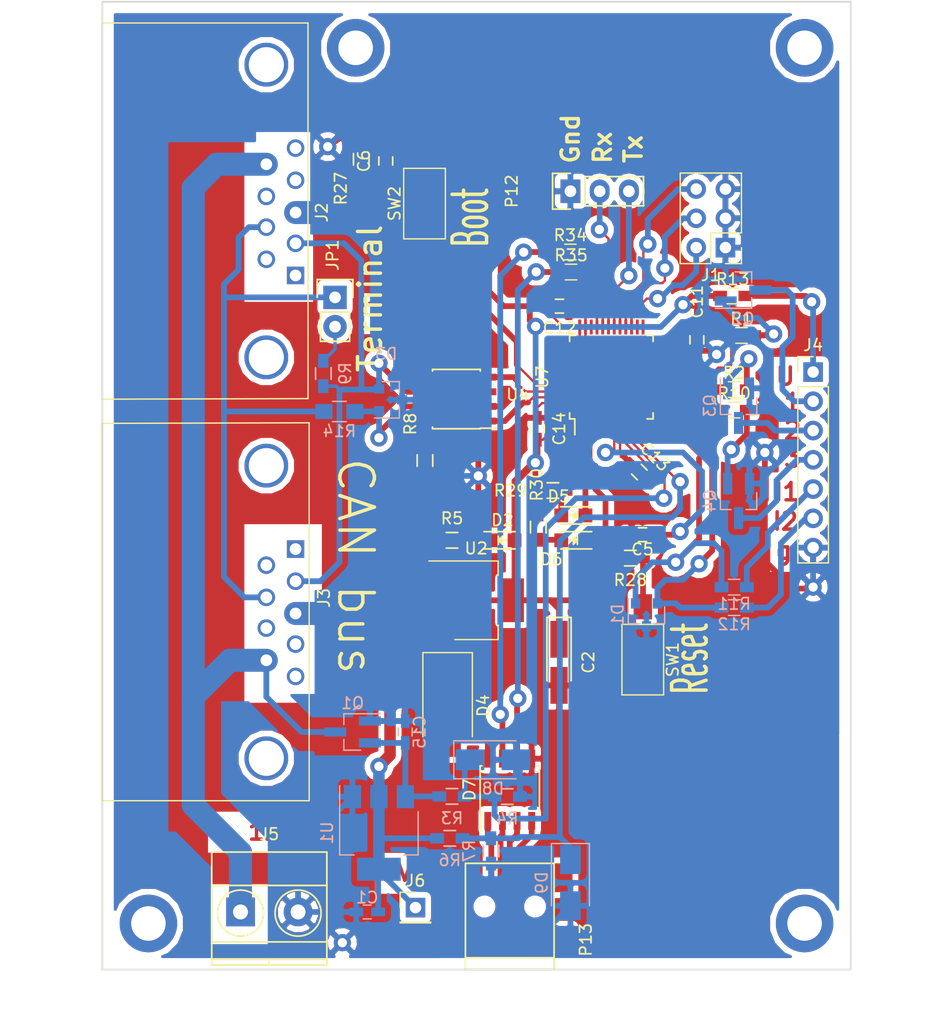
<source format=kicad_pcb>
(kicad_pcb (version 4) (host pcbnew 4.0.7)
  (layers (0 F.Cu signal) (31 B.Cu signal) (34 B.Paste user) (35 F.Paste user) (36 B.SilkS user) (37 F.SilkS user) (38 B.Mask user) (39 F.Mask user) (44 Edge.Cuts user))
  (net 0 "")
  (net 1 /12Vin)
  (net 2 GND)
  (net 3 +3V3)
  (net 4 +5V)
  (net 5 /NRST)
  (net 6 /BOOT0)
  (net 7 "Net-(D2-Pad1)")
  (net 8 "Net-(D3-Pad1)")
  (net 9 "Net-(D3-Pad2)")
  (net 10 "Net-(D5-Pad2)")
  (net 11 /LED0)
  (net 12 "Net-(D6-Pad2)")
  (net 13 /LED1)
  (net 14 "Net-(D7-Pad2)")
  (net 15 "Net-(D7-Pad3)")
  (net 16 "Net-(D7-Pad6)")
  (net 17 "Net-(D7-Pad7)")
  (net 18 "Net-(JP1-Pad2)")
  (net 19 /V12)
  (net 20 /V5)
  (net 21 "Net-(R8-Pad1)")
  (net 22 /CAN_Tx)
  (net 23 /CAN_Rx)
  (net 24 "Net-(D7-Pad1)")
  (net 25 "Net-(D7-Pad4)")
  (net 26 "Net-(R34-Pad2)")
  (net 27 "Net-(R35-Pad2)")
  (net 28 /5Vusb)
  (net 29 /brdaddr0)
  (net 30 /brdaddr1)
  (net 31 /brdaddr2)
  (net 32 "Net-(J2-Pad9)")
  (net 33 "Net-(J4-Pad1)")
  (net 34 /OUTP1)
  (net 35 /OUTP2)
  (net 36 /OUTP3)
  (net 37 "Net-(J4-Pad5)")
  (net 38 "Net-(J4-Pad6)")
  (net 39 "Net-(Q2-Pad1)")
  (net 40 "Net-(Q3-Pad1)")
  (net 41 "Net-(Q4-Pad1)")
  (net 42 /O1)
  (net 43 /O2)
  (net 44 /O3)
  (net 45 /INP1)
  (net 46 /INP2)
  (net 47 "Net-(J2-Pad7)")
  (net 48 /Rx)
  (net 49 /Tx)
  (module my_footprints:TH_via (layer F.Cu) (at 78.359 86.614)
    (fp_text reference REF** hide)
    (fp_text value TH_via hide)
    (pad 1 thru_hole circle (at 0 0) (size 1.5 1.5) (drill 0.8) (layers *.Cu *.Mask) (net 2 GND))
  )
  (module my_footprints:TH_via (layer F.Cu) (at 57.658 97.155)
    (fp_text reference REF** hide)
    (fp_text value TH_via hide)
    (pad 1 thru_hole circle (at 0 0) (size 1.5 1.5) (drill 0.8) (layers *.Cu *.Mask) (net 2 GND))
  )
  (module my_footprints:TH_via (layer F.Cu) (at 82.55 95.123)
    (fp_text reference REF** hide)
    (fp_text value TH_via hide)
    (pad 1 thru_hole circle (at 0 0) (size 1.5 1.5) (drill 0.8) (layers *.Cu *.Mask) (net 2 GND))
  )
  (module my_footprints:TH_via (layer F.Cu) (at 44.577 68.58)
    (fp_text reference REF** hide)
    (fp_text value TH_via hide)
    (pad 1 thru_hole circle (at 0 0) (size 1.5 1.5) (drill 0.8) (layers *.Cu *.Mask) (net 2 GND))
  )
  (module my_footprints:TH_via (layer F.Cu) (at 86.741 106.807)
    (fp_text reference REF** hide)
    (fp_text value TH_via hide)
    (pad 1 thru_hole circle (at 0 0) (size 1.5 1.5) (drill 0.8) (layers *.Cu *.Mask) (net 2 GND))
  )
  (module Capacitors_SMD.pretty:C_0603_HandSoldering (layer F.Cu) (at 71.64324 96.81972 315)
    (fp_text reference C13 (at 0 -1.9 315) (layer F.SilkS))
    (fp_text value 0.1)
    (pad 1 smd rect (at -0.95 0 315) (size 1.2 0.75) (layers F.Cu F.Paste F.Mask) (net 2 GND))
    (pad 2 smd rect (at 0.95 0 315) (size 1.2 0.75) (layers F.Cu F.Paste F.Mask) (net 3 +3V3))
  )
  (module Capacitors_SMD.pretty:C_0603_HandSoldering (layer F.Cu) (at 71.9201 102.2604 180)
    (fp_text reference C5 (at 0 -1.27 180) (layer F.SilkS))
    (fp_text value 0.1)
    (pad 1 smd rect (at -0.95 0 180) (size 1.2 0.75) (layers F.Cu F.Paste F.Mask) (net 5 /NRST))
    (pad 2 smd rect (at 0.95 0 180) (size 1.2 0.75) (layers F.Cu F.Paste F.Mask) (net 2 GND))
  )
  (module Capacitors_SMD.pretty:C_0603_HandSoldering (layer F.Cu) (at 49.6189 69.8246 90)
    (fp_text reference C6 (at 0 -1.9 90) (layer F.SilkS))
    (fp_text value 0.1)
    (pad 1 smd rect (at -0.95 0 90) (size 1.2 0.75) (layers F.Cu F.Paste F.Mask) (net 6 /BOOT0))
    (pad 2 smd rect (at 0.95 0 90) (size 1.2 0.75) (layers F.Cu F.Paste F.Mask) (net 3 +3V3))
  )
  (module Capacitors_SMD.pretty:C_0603_HandSoldering (layer F.Cu) (at 76.6445 85.344 90)
    (fp_text reference C11 (at 3.302 0 90) (layer F.SilkS))
    (fp_text value 0.1)
    (pad 1 smd rect (at -0.95 0 90) (size 1.2 0.75) (layers F.Cu F.Paste F.Mask) (net 2 GND))
    (pad 2 smd rect (at 0.95 0 90) (size 1.2 0.75) (layers F.Cu F.Paste F.Mask) (net 3 +3V3))
  )
  (module Capacitors_SMD.pretty:C_0603_HandSoldering (layer F.Cu) (at 64.7065 82.423 180)
    (fp_text reference C12 (at 0 -1.9 180) (layer F.SilkS))
    (fp_text value 0.1)
    (pad 1 smd rect (at -0.95 0 180) (size 1.2 0.75) (layers F.Cu F.Paste F.Mask) (net 2 GND))
    (pad 2 smd rect (at 0.95 0 180) (size 1.2 0.75) (layers F.Cu F.Paste F.Mask) (net 3 +3V3))
  )
  (module Capacitors_SMD.pretty:C_0603_HandSoldering (layer F.Cu) (at 62.7888 93.0656 270)
    (fp_text reference C14 (at 0 -1.9 270) (layer F.SilkS))
    (fp_text value 0.1)
    (pad 1 smd rect (at -0.95 0 270) (size 1.2 0.75) (layers F.Cu F.Paste F.Mask) (net 2 GND))
    (pad 2 smd rect (at 0.95 0 270) (size 1.2 0.75) (layers F.Cu F.Paste F.Mask) (net 3 +3V3))
  )
  (module LEDs.pretty:LED_0805 (layer F.Cu) (at 59.7535 102.743)
    (fp_text reference D2 (at 0 -1.75) (layer F.SilkS))
    (fp_text value LED)
    (pad 2 smd rect (at 1.04902 0 180) (size 1.19888 1.19888) (layers F.Cu F.Paste F.Mask) (net 3 +3V3))
    (pad 1 smd rect (at -1.04902 0 180) (size 1.19888 1.19888) (layers F.Cu F.Paste F.Mask) (net 7 "Net-(D2-Pad1)"))
  )
  (module TO_SOT_Packages_SMD.pretty:SOT-23 (layer B.Cu) (at 50.038 90.551)
    (fp_text reference D3 (at -0.386 -3.987) (layer B.SilkS) (effects (justify mirror)))
    (fp_text value PESD1CAN)
    (pad 1 smd rect (at -1 0.95) (size 0.9 0.8) (layers B.Cu B.Paste B.Mask) (net 8 "Net-(D3-Pad1)"))
    (pad 2 smd rect (at -1 -0.95) (size 0.9 0.8) (layers B.Cu B.Paste B.Mask) (net 9 "Net-(D3-Pad2)"))
    (pad 3 smd rect (at 1 0) (size 0.9 0.8) (layers B.Cu B.Paste B.Mask) (net 2 GND))
  )
  (module LEDs.pretty:LED_0805 (layer F.Cu) (at 65.913 100.584 180)
    (fp_text reference D5 (at 1.27 1.651 180) (layer F.SilkS))
    (fp_text value LED0)
    (pad 2 smd rect (at 1.04902 0) (size 1.19888 1.19888) (layers F.Cu F.Paste F.Mask) (net 10 "Net-(D5-Pad2)"))
    (pad 1 smd rect (at -1.04902 0) (size 1.19888 1.19888) (layers F.Cu F.Paste F.Mask) (net 11 /LED0))
  )
  (module LEDs.pretty:LED_0805 (layer F.Cu) (at 65.913 102.743 180)
    (fp_text reference D6 (at 1.905 -1.651 180) (layer F.SilkS))
    (fp_text value LED1)
    (pad 2 smd rect (at 1.04902 0) (size 1.19888 1.19888) (layers F.Cu F.Paste F.Mask) (net 12 "Net-(D6-Pad2)"))
    (pad 1 smd rect (at -1.04902 0) (size 1.19888 1.19888) (layers F.Cu F.Paste F.Mask) (net 13 /LED1))
  )
  (module Housings_SOIC.pretty:SOIC-8_3.9x4.9mm_Pitch1.27mm (layer F.Cu) (at 60.3885 124.3965 90)
    (fp_text reference D7 (at 0 -3.5 90) (layer F.SilkS))
    (fp_text value USB6B1)
    (pad 1 smd rect (at -2.7 -1.905 90) (size 1.55 0.6) (layers F.Cu F.Paste F.Mask) (net 24 "Net-(D7-Pad1)"))
    (pad 2 smd rect (at -2.7 -0.635 90) (size 1.55 0.6) (layers F.Cu F.Paste F.Mask) (net 14 "Net-(D7-Pad2)"))
    (pad 3 smd rect (at -2.7 0.635 90) (size 1.55 0.6) (layers F.Cu F.Paste F.Mask) (net 15 "Net-(D7-Pad3)"))
    (pad 4 smd rect (at -2.7 1.905 90) (size 1.55 0.6) (layers F.Cu F.Paste F.Mask) (net 25 "Net-(D7-Pad4)"))
    (pad 5 smd rect (at 2.7 1.905 90) (size 1.55 0.6) (layers F.Cu F.Paste F.Mask) (net 2 GND))
    (pad 6 smd rect (at 2.7 0.635 90) (size 1.55 0.6) (layers F.Cu F.Paste F.Mask) (net 16 "Net-(D7-Pad6)"))
    (pad 7 smd rect (at 2.7 -0.635 90) (size 1.55 0.6) (layers F.Cu F.Paste F.Mask) (net 17 "Net-(D7-Pad7)"))
    (pad 8 smd rect (at 2.7 -1.905 90) (size 1.55 0.6) (layers F.Cu F.Paste F.Mask) (net 28 /5Vusb))
  )
  (module Pin_Headers.pretty:Pin_Header_Straight_1x02 (layer F.Cu) (at 45.212 81.661)
    (fp_text reference JP1 (at -0.212 -3.661 270) (layer F.SilkS))
    (fp_text value Terminal)
    (pad 1 thru_hole rect (at 0 0) (size 2.032 2.032) (drill 1.016) (layers *.Cu *.Mask) (net 47 "Net-(J2-Pad7)"))
    (pad 2 thru_hole oval (at 0 2.54) (size 2.032 2.032) (drill 1.016) (layers *.Cu *.Mask) (net 18 "Net-(JP1-Pad2)"))
  )
  (module Pin_Headers.pretty:Pin_Header_Straight_1x03 (layer F.Cu) (at 65.659 72.44842 90)
    (fp_text reference P12 (at 0 -5.1 90) (layer F.SilkS))
    (fp_text value USART_BOOT)
    (pad 1 thru_hole rect (at 0 0 90) (size 2.032 1.7272) (drill 1.016) (layers *.Cu *.Mask) (net 2 GND))
    (pad 2 thru_hole oval (at 0 2.54 90) (size 2.032 1.7272) (drill 1.016) (layers *.Cu *.Mask) (net 48 /Rx))
    (pad 3 thru_hole oval (at 0 5.08 90) (size 2.032 1.7272) (drill 1.016) (layers *.Cu *.Mask) (net 49 /Tx))
  )
  (module Connect.pretty:USB_Mini-B (layer F.Cu) (at 60.3885 135.382 90)
    (fp_text reference P13 (at -2.032 6.604 90) (layer F.SilkS))
    (fp_text value USB_A)
    (pad 1 smd rect (at 3.44932 -1.6002 90) (size 2.30124 0.50038) (layers F.Cu F.Paste F.Mask) (net 24 "Net-(D7-Pad1)"))
    (pad 2 smd rect (at 3.44932 -0.8001 90) (size 2.30124 0.50038) (layers F.Cu F.Paste F.Mask) (net 14 "Net-(D7-Pad2)"))
    (pad 3 smd rect (at 3.44932 0 90) (size 2.30124 0.50038) (layers F.Cu F.Paste F.Mask) (net 15 "Net-(D7-Pad3)"))
    (pad 4 smd rect (at 3.44932 0.8001 90) (size 2.30124 0.50038) (layers F.Cu F.Paste F.Mask) (net 25 "Net-(D7-Pad4)"))
    (pad 5 smd rect (at 3.44932 1.6002 90) (size 2.30124 0.50038) (layers F.Cu F.Paste F.Mask) (net 2 GND))
    (pad 6 smd rect (at 3.35026 -4.45008 90) (size 2.49936 1.99898) (layers F.Cu F.Paste F.Mask))
    (pad 6 smd rect (at -2.14884 -4.45008 90) (size 2.49936 1.99898) (layers F.Cu F.Paste F.Mask))
    (pad 6 smd rect (at 3.35026 4.45008 90) (size 2.49936 1.99898) (layers F.Cu F.Paste F.Mask))
    (pad 6 smd rect (at -2.14884 4.45008 90) (size 2.49936 1.99898) (layers F.Cu F.Paste F.Mask))
    (pad "" np_thru_hole circle (at 0.8509 -2.19964 90) (size 0.89916 0.89916) (drill 0.89916) (layers *.Cu *.Mask))
    (pad "" np_thru_hole circle (at 0.8509 2.19964 90) (size 0.89916 0.89916) (drill 0.89916) (layers *.Cu *.Mask))
  )
  (module TO_SOT_Packages_SMD.pretty:SOT-23_Handsoldering (layer B.Cu) (at 46.736 119.38 180)
    (fp_text reference Q1 (at 0 2.5 180) (layer B.SilkS) (effects (justify mirror)))
    (fp_text value AO3407)
    (pad 1 smd rect (at -1.5 0.95 180) (size 1.9 0.8) (layers B.Cu B.Paste B.Mask) (net 2 GND))
    (pad 2 smd rect (at -1.5 -0.95 180) (size 1.9 0.8) (layers B.Cu B.Paste B.Mask) (net 1 /12Vin))
    (pad 3 smd rect (at 1.5 0 180) (size 1.9 0.8) (layers B.Cu B.Paste B.Mask) (net 32 "Net-(J2-Pad9)"))
  )
  (module Resistors_SMD.pretty:R_0603_HandSoldering (layer B.Cu) (at 55.372 124.968)
    (fp_text reference R3 (at 0 1.9) (layer B.SilkS) (effects (justify mirror)))
    (fp_text value 220k)
    (pad 1 smd rect (at -1.1 0) (size 1.2 0.9) (layers B.Cu B.Paste B.Mask) (net 1 /12Vin))
    (pad 2 smd rect (at 1.1 0) (size 1.2 0.9) (layers B.Cu B.Paste B.Mask) (net 19 /V12))
  )
  (module Resistors_SMD.pretty:R_0603_HandSoldering (layer B.Cu) (at 60.16752 124.98832)
    (fp_text reference R4 (at 0 1.9) (layer B.SilkS) (effects (justify mirror)))
    (fp_text value 56k)
    (pad 1 smd rect (at -1.1 0) (size 1.2 0.9) (layers B.Cu B.Paste B.Mask) (net 19 /V12))
    (pad 2 smd rect (at 1.1 0) (size 1.2 0.9) (layers B.Cu B.Paste B.Mask) (net 2 GND))
  )
  (module Resistors_SMD.pretty:R_0603_HandSoldering (layer F.Cu) (at 55.372 102.743)
    (fp_text reference R5 (at 0 -1.9) (layer F.SilkS))
    (fp_text value 330)
    (pad 1 smd rect (at -1.1 0) (size 1.2 0.9) (layers F.Cu F.Paste F.Mask) (net 2 GND))
    (pad 2 smd rect (at 1.1 0) (size 1.2 0.9) (layers F.Cu F.Paste F.Mask) (net 7 "Net-(D2-Pad1)"))
  )
  (module Resistors_SMD.pretty:R_0603_HandSoldering (layer B.Cu) (at 55.1815 128.60782)
    (fp_text reference R6 (at 0 1.9) (layer B.SilkS) (effects (justify mirror)))
    (fp_text value 47k)
    (pad 1 smd rect (at -1.1 0) (size 1.2 0.9) (layers B.Cu B.Paste B.Mask) (net 4 +5V))
    (pad 2 smd rect (at 1.1 0) (size 1.2 0.9) (layers B.Cu B.Paste B.Mask) (net 20 /V5))
  )
  (module Resistors_SMD.pretty:R_0603_HandSoldering (layer B.Cu) (at 58.76544 129.70256 270)
    (fp_text reference R7 (at 0 1.9 270) (layer B.SilkS) (effects (justify mirror)))
    (fp_text value 47k)
    (pad 1 smd rect (at -1.1 0 270) (size 1.2 0.9) (layers B.Cu B.Paste B.Mask) (net 20 /V5))
    (pad 2 smd rect (at 1.1 0 270) (size 1.2 0.9) (layers B.Cu B.Paste B.Mask) (net 2 GND))
  )
  (module Resistors_SMD.pretty:R_0603_HandSoldering (layer F.Cu) (at 53.0225 95.8215 270)
    (fp_text reference R8 (at -3.175 1.27 270) (layer F.SilkS))
    (fp_text value 4k7)
    (pad 1 smd rect (at -1.1 0 270) (size 1.2 0.9) (layers F.Cu F.Paste F.Mask) (net 21 "Net-(R8-Pad1)"))
    (pad 2 smd rect (at 1.1 0 270) (size 1.2 0.9) (layers F.Cu F.Paste F.Mask) (net 2 GND))
  )
  (module Resistors_SMD.pretty:R_0603_HandSoldering (layer B.Cu) (at 44.196 88.265 90)
    (fp_text reference R9 (at 0 1.9 90) (layer B.SilkS) (effects (justify mirror)))
    (fp_text value 120)
    (pad 1 smd rect (at -1.1 0 90) (size 1.2 0.9) (layers B.Cu B.Paste B.Mask) (net 9 "Net-(D3-Pad2)"))
    (pad 2 smd rect (at 1.1 0 90) (size 1.2 0.9) (layers B.Cu B.Paste B.Mask) (net 18 "Net-(JP1-Pad2)"))
  )
  (module Resistors_SMD.pretty:R_0603_HandSoldering (layer F.Cu) (at 47.48784 69.67728 90)
    (fp_text reference R27 (at -2.54 -1.778 90) (layer F.SilkS))
    (fp_text value 10k)
    (pad 1 smd rect (at -1.1 0 90) (size 1.2 0.9) (layers F.Cu F.Paste F.Mask) (net 6 /BOOT0))
    (pad 2 smd rect (at 1.1 0 90) (size 1.2 0.9) (layers F.Cu F.Paste F.Mask) (net 2 GND))
  )
  (module Resistors_SMD.pretty:R_0603_HandSoldering (layer F.Cu) (at 70.866 104.2924 180)
    (fp_text reference R28 (at 0 -1.9 180) (layer F.SilkS))
    (fp_text value 10k)
    (pad 1 smd rect (at -1.1 0 180) (size 1.2 0.9) (layers F.Cu F.Paste F.Mask) (net 5 /NRST))
    (pad 2 smd rect (at 1.1 0 180) (size 1.2 0.9) (layers F.Cu F.Paste F.Mask) (net 3 +3V3))
  )
  (module Resistors_SMD.pretty:R_0603_HandSoldering (layer F.Cu) (at 64.135 98.425 180)
    (fp_text reference R29 (at 3.683 0 180) (layer F.SilkS))
    (fp_text value 330)
    (pad 1 smd rect (at -1.1 0 180) (size 1.2 0.9) (layers F.Cu F.Paste F.Mask) (net 10 "Net-(D5-Pad2)"))
    (pad 2 smd rect (at 1.1 0 180) (size 1.2 0.9) (layers F.Cu F.Paste F.Mask) (net 3 +3V3))
  )
  (module Resistors_SMD.pretty:R_0603_HandSoldering (layer F.Cu) (at 62.865 101.6 90)
    (fp_text reference R30 (at 3.683 -0.127 90) (layer F.SilkS))
    (fp_text value 330)
    (pad 1 smd rect (at -1.1 0 90) (size 1.2 0.9) (layers F.Cu F.Paste F.Mask) (net 12 "Net-(D6-Pad2)"))
    (pad 2 smd rect (at 1.1 0 90) (size 1.2 0.9) (layers F.Cu F.Paste F.Mask) (net 3 +3V3))
  )
  (module TO_SOT_Packages_SMD.pretty:SOT-223 (layer F.Cu) (at 57.4675 107.95)
    (fp_text reference U2 (at 0 -4.5) (layer F.SilkS))
    (fp_text value LM1117-3.3)
    (pad 4 smd rect (at 3.15 0) (size 2 3.8) (layers F.Cu F.Paste F.Mask) (net 3 +3V3))
    (pad 2 smd rect (at -3.15 0) (size 2 1.5) (layers F.Cu F.Paste F.Mask) (net 3 +3V3))
    (pad 3 smd rect (at -3.15 2.3) (size 2 1.5) (layers F.Cu F.Paste F.Mask) (net 4 +5V))
    (pad 1 smd rect (at -3.15 -2.3) (size 2 1.5) (layers F.Cu F.Paste F.Mask) (net 2 GND))
  )
  (module Housings_SOIC.pretty:SOIC-8_3.9x4.9mm_Pitch1.27mm (layer F.Cu) (at 55.753 90.4875 180)
    (fp_text reference U4 (at -5.334 0.381 180) (layer F.SilkS))
    (fp_text value MCP2551-I/SN)
    (pad 1 smd rect (at -2.7 -1.905 180) (size 1.55 0.6) (layers F.Cu F.Paste F.Mask) (net 22 /CAN_Tx))
    (pad 2 smd rect (at -2.7 -0.635 180) (size 1.55 0.6) (layers F.Cu F.Paste F.Mask) (net 2 GND))
    (pad 3 smd rect (at -2.7 0.635 180) (size 1.55 0.6) (layers F.Cu F.Paste F.Mask) (net 4 +5V))
    (pad 4 smd rect (at -2.7 1.905 180) (size 1.55 0.6) (layers F.Cu F.Paste F.Mask) (net 23 /CAN_Rx))
    (pad 5 smd rect (at 2.7 1.905 180) (size 1.55 0.6) (layers F.Cu F.Paste F.Mask))
    (pad 6 smd rect (at 2.7 0.635 180) (size 1.55 0.6) (layers F.Cu F.Paste F.Mask) (net 9 "Net-(D3-Pad2)"))
    (pad 7 smd rect (at 2.7 -0.635 180) (size 1.55 0.6) (layers F.Cu F.Paste F.Mask) (net 8 "Net-(D3-Pad1)"))
    (pad 8 smd rect (at 2.7 -1.905 180) (size 1.55 0.6) (layers F.Cu F.Paste F.Mask) (net 21 "Net-(R8-Pad1)"))
  )
  (module Housings_QFP.pretty:LQFP-48_7x7mm_Pitch0.5mm (layer F.Cu) (at 69.215 88.5825 90)
    (fp_text reference U7 (at 0 -6 90) (layer F.SilkS))
    (fp_text value STM32F042C6Tx)
    (pad 1 smd rect (at -4.35 -2.75 90) (size 1.3 0.25) (layers F.Cu F.Paste F.Mask))
    (pad 2 smd rect (at -4.35 -2.25 90) (size 1.3 0.25) (layers F.Cu F.Paste F.Mask) (net 11 /LED0))
    (pad 3 smd rect (at -4.35 -1.75 90) (size 1.3 0.25) (layers F.Cu F.Paste F.Mask) (net 13 /LED1))
    (pad 4 smd rect (at -4.35 -1.25 90) (size 1.3 0.25) (layers F.Cu F.Paste F.Mask))
    (pad 5 smd rect (at -4.35 -0.75 90) (size 1.3 0.25) (layers F.Cu F.Paste F.Mask))
    (pad 6 smd rect (at -4.35 -0.25 90) (size 1.3 0.25) (layers F.Cu F.Paste F.Mask))
    (pad 7 smd rect (at -4.35 0.25 90) (size 1.3 0.25) (layers F.Cu F.Paste F.Mask) (net 5 /NRST))
    (pad 8 smd rect (at -4.35 0.75 90) (size 1.3 0.25) (layers F.Cu F.Paste F.Mask) (net 2 GND))
    (pad 9 smd rect (at -4.35 1.25 90) (size 1.3 0.25) (layers F.Cu F.Paste F.Mask) (net 3 +3V3))
    (pad 10 smd rect (at -4.35 1.75 90) (size 1.3 0.25) (layers F.Cu F.Paste F.Mask) (net 19 /V12))
    (pad 11 smd rect (at -4.35 2.25 90) (size 1.3 0.25) (layers F.Cu F.Paste F.Mask) (net 20 /V5))
    (pad 12 smd rect (at -4.35 2.75 90) (size 1.3 0.25) (layers F.Cu F.Paste F.Mask))
    (pad 13 smd rect (at -2.75 4.35 180) (size 1.3 0.25) (layers F.Cu F.Paste F.Mask))
    (pad 14 smd rect (at -2.25 4.35 180) (size 1.3 0.25) (layers F.Cu F.Paste F.Mask) (net 45 /INP1))
    (pad 15 smd rect (at -1.75 4.35 180) (size 1.3 0.25) (layers F.Cu F.Paste F.Mask) (net 46 /INP2))
    (pad 16 smd rect (at -1.25 4.35 180) (size 1.3 0.25) (layers F.Cu F.Paste F.Mask))
    (pad 17 smd rect (at -0.75 4.35 180) (size 1.3 0.25) (layers F.Cu F.Paste F.Mask))
    (pad 18 smd rect (at -0.25 4.35 180) (size 1.3 0.25) (layers F.Cu F.Paste F.Mask) (net 44 /O3))
    (pad 19 smd rect (at 0.25 4.35 180) (size 1.3 0.25) (layers F.Cu F.Paste F.Mask) (net 43 /O2))
    (pad 20 smd rect (at 0.75 4.35 180) (size 1.3 0.25) (layers F.Cu F.Paste F.Mask) (net 42 /O1))
    (pad 21 smd rect (at 1.25 4.35 180) (size 1.3 0.25) (layers F.Cu F.Paste F.Mask))
    (pad 22 smd rect (at 1.75 4.35 180) (size 1.3 0.25) (layers F.Cu F.Paste F.Mask))
    (pad 23 smd rect (at 2.25 4.35 180) (size 1.3 0.25) (layers F.Cu F.Paste F.Mask) (net 2 GND))
    (pad 24 smd rect (at 2.75 4.35 180) (size 1.3 0.25) (layers F.Cu F.Paste F.Mask) (net 3 +3V3))
    (pad 25 smd rect (at 4.35 2.75 90) (size 1.3 0.25) (layers F.Cu F.Paste F.Mask))
    (pad 26 smd rect (at 4.35 2.25 90) (size 1.3 0.25) (layers F.Cu F.Paste F.Mask))
    (pad 27 smd rect (at 4.35 1.75 90) (size 1.3 0.25) (layers F.Cu F.Paste F.Mask) (net 29 /brdaddr0))
    (pad 28 smd rect (at 4.35 1.25 90) (size 1.3 0.25) (layers F.Cu F.Paste F.Mask) (net 30 /brdaddr1))
    (pad 29 smd rect (at 4.35 0.75 90) (size 1.3 0.25) (layers F.Cu F.Paste F.Mask) (net 31 /brdaddr2))
    (pad 30 smd rect (at 4.35 0.25 90) (size 1.3 0.25) (layers F.Cu F.Paste F.Mask) (net 49 /Tx))
    (pad 31 smd rect (at 4.35 -0.25 90) (size 1.3 0.25) (layers F.Cu F.Paste F.Mask) (net 48 /Rx))
    (pad 32 smd rect (at 4.35 -0.75 90) (size 1.3 0.25) (layers F.Cu F.Paste F.Mask) (net 26 "Net-(R34-Pad2)"))
    (pad 33 smd rect (at 4.35 -1.25 90) (size 1.3 0.25) (layers F.Cu F.Paste F.Mask) (net 27 "Net-(R35-Pad2)"))
    (pad 34 smd rect (at 4.35 -1.75 90) (size 1.3 0.25) (layers F.Cu F.Paste F.Mask))
    (pad 35 smd rect (at 4.35 -2.25 90) (size 1.3 0.25) (layers F.Cu F.Paste F.Mask) (net 2 GND))
    (pad 36 smd rect (at 4.35 -2.75 90) (size 1.3 0.25) (layers F.Cu F.Paste F.Mask) (net 3 +3V3))
    (pad 37 smd rect (at 2.75 -4.35 180) (size 1.3 0.25) (layers F.Cu F.Paste F.Mask))
    (pad 38 smd rect (at 2.25 -4.35 180) (size 1.3 0.25) (layers F.Cu F.Paste F.Mask))
    (pad 39 smd rect (at 1.75 -4.35 180) (size 1.3 0.25) (layers F.Cu F.Paste F.Mask))
    (pad 40 smd rect (at 1.25 -4.35 180) (size 1.3 0.25) (layers F.Cu F.Paste F.Mask))
    (pad 41 smd rect (at 0.75 -4.35 180) (size 1.3 0.25) (layers F.Cu F.Paste F.Mask))
    (pad 42 smd rect (at 0.25 -4.35 180) (size 1.3 0.25) (layers F.Cu F.Paste F.Mask))
    (pad 43 smd rect (at -0.25 -4.35 180) (size 1.3 0.25) (layers F.Cu F.Paste F.Mask))
    (pad 44 smd rect (at -0.75 -4.35 180) (size 1.3 0.25) (layers F.Cu F.Paste F.Mask) (net 6 /BOOT0))
    (pad 45 smd rect (at -1.25 -4.35 180) (size 1.3 0.25) (layers F.Cu F.Paste F.Mask) (net 23 /CAN_Rx))
    (pad 46 smd rect (at -1.75 -4.35 180) (size 1.3 0.25) (layers F.Cu F.Paste F.Mask) (net 22 /CAN_Tx))
    (pad 47 smd rect (at -2.25 -4.35 180) (size 1.3 0.25) (layers F.Cu F.Paste F.Mask) (net 2 GND))
    (pad 48 smd rect (at -2.75 -4.35 180) (size 1.3 0.25) (layers F.Cu F.Paste F.Mask) (net 3 +3V3))
  )
  (module Capacitors_Tantalum_SMD.pretty:Tantalum_Case-A_EIA-3216-18_Hand (layer F.Cu) (at 64.6684 113.3348 270)
    (fp_text reference C2 (at 0 -2.55 270) (layer F.SilkS))
    (fp_text value 47u)
    (pad 1 smd rect (at -2 0 270) (size 3.2 1.5) (layers F.Cu F.Paste F.Mask) (net 3 +3V3))
    (pad 2 smd rect (at 2 0 270) (size 3.2 1.5) (layers F.Cu F.Paste F.Mask) (net 2 GND))
  )
  (module my_footprints:Hole_3mm (layer F.Cu) (at 29 136)
    (fp_text reference P15 hide)
    (fp_text value Hole hide)
    (pad 1 thru_hole circle (at 0 0) (size 5 5) (drill 3) (layers *.Cu *.Mask))
  )
  (module my_footprints:Hole_3mm (layer F.Cu) (at 86 60)
    (fp_text reference P16 hide)
    (fp_text value Hole hide)
    (pad 1 thru_hole circle (at 0 0) (size 5 5) (drill 3) (layers *.Cu *.Mask))
  )
  (module my_footprints:Hole_3mm (layer F.Cu) (at 47 60)
    (fp_text reference P17 hide)
    (fp_text value Hole hide)
    (pad 1 thru_hole circle (at 0 0) (size 5 5) (drill 3) (layers *.Cu *.Mask))
  )
  (module my_footprints:Hole_3mm (layer F.Cu) (at 86 136)
    (fp_text reference P18 hide)
    (fp_text value Hole hide)
    (pad 1 thru_hole circle (at 0 0) (size 5 5) (drill 3) (layers *.Cu *.Mask))
  )
  (module Capacitors_SMD.pretty:C_0603_HandSoldering (layer B.Cu) (at 51.308 119.38 90)
    (fp_text reference C15 (at 0 1.25 90) (layer B.SilkS) (effects (justify mirror)))
    (fp_text value 0.1)
    (pad 1 smd rect (at -0.95 0 90) (size 1.2 0.75) (layers B.Cu B.Paste B.Mask) (net 1 /12Vin))
    (pad 2 smd rect (at 0.95 0 90) (size 1.2 0.75) (layers B.Cu B.Paste B.Mask) (net 2 GND))
  )
  (module Resistors_SMD.pretty:R_0603_HandSoldering (layer F.Cu) (at 65.65392 77.724)
    (fp_text reference R34 (at 0 -1.45) (layer F.SilkS))
    (fp_text value 22)
    (pad 1 smd rect (at -1.1 0) (size 1.2 0.9) (layers F.Cu F.Paste F.Mask) (net 17 "Net-(D7-Pad7)"))
    (pad 2 smd rect (at 1.1 0) (size 1.2 0.9) (layers F.Cu F.Paste F.Mask) (net 26 "Net-(R34-Pad2)"))
  )
  (module Resistors_SMD.pretty:R_0603_HandSoldering (layer F.Cu) (at 65.71234 79.46136)
    (fp_text reference R35 (at 0 -1.45) (layer F.SilkS))
    (fp_text value 22)
    (pad 1 smd rect (at -1.1 0) (size 1.2 0.9) (layers F.Cu F.Paste F.Mask) (net 16 "Net-(D7-Pad6)"))
    (pad 2 smd rect (at 1.1 0) (size 1.2 0.9) (layers F.Cu F.Paste F.Mask) (net 27 "Net-(R35-Pad2)"))
  )
  (module Diodes_SMD.pretty:D_SMB_Handsoldering (layer F.Cu) (at 54.991 117.094 270)
    (fp_text reference D4 (at 0 -3.1 270) (layer F.SilkS))
    (fp_text value MBRS130L)
    (pad 1 smd rect (at -2.7 0 270) (size 3.5 2.3) (layers F.Cu F.Paste F.Mask) (net 4 +5V))
    (pad 2 smd rect (at 2.7 0 270) (size 3.5 2.3) (layers F.Cu F.Paste F.Mask) (net 28 /5Vusb))
  )
  (module Pin_Headers.pretty:Pin_Header_Straight_2x03_Pitch2.54mm (layer F.Cu) (at 79.12608 77.33792 180)
    (fp_text reference J1 (at 1.27 -2.39 180) (layer F.SilkS))
    (fp_text value CONN_02X03)
    (pad 1 thru_hole rect (at 0 0 180) (size 1.7 1.7) (drill 1) (layers *.Cu *.Mask) (net 2 GND))
    (pad 2 thru_hole oval (at 2.54 0 180) (size 1.7 1.7) (drill 1) (layers *.Cu *.Mask) (net 29 /brdaddr0))
    (pad 3 thru_hole oval (at 0 2.54 180) (size 1.7 1.7) (drill 1) (layers *.Cu *.Mask) (net 2 GND))
    (pad 4 thru_hole oval (at 2.54 2.54 180) (size 1.7 1.7) (drill 1) (layers *.Cu *.Mask) (net 30 /brdaddr1))
    (pad 5 thru_hole oval (at 0 5.08 180) (size 1.7 1.7) (drill 1) (layers *.Cu *.Mask) (net 2 GND))
    (pad 6 thru_hole oval (at 2.54 5.08 180) (size 1.7 1.7) (drill 1) (layers *.Cu *.Mask) (net 31 /brdaddr2))
  )
  (module Capacitors_SMD.pretty:C_0603_HandSoldering (layer B.Cu) (at 48.006 135.001 180)
    (fp_text reference C1 (at 0 1.25 180) (layer B.SilkS) (effects (justify mirror)))
    (fp_text value 0.1)
    (pad 1 smd rect (at -0.95 0 180) (size 1.2 0.75) (layers B.Cu B.Paste B.Mask) (net 4 +5V))
    (pad 2 smd rect (at 0.95 0 180) (size 1.2 0.75) (layers B.Cu B.Paste B.Mask) (net 2 GND))
  )
  (module Connectors.pretty:DB9FC (layer F.Cu) (at 41.783 79.756 90)
    (fp_text reference J2 (at 5.46 2.28 90) (layer F.SilkS))
    (fp_text value DB9_Female)
    (pad "" thru_hole circle (at 18.29 -2.54 90) (size 3.81 3.81) (drill 3.05) (layers *.Cu *.Mask))
    (pad "" thru_hole circle (at -7.11 -2.54 90) (size 3.81 3.81) (drill 3.05) (layers *.Cu *.Mask))
    (pad 1 thru_hole rect (at 0 0 90) (size 1.52 1.52) (drill 1.02) (layers *.Cu *.Mask))
    (pad 2 thru_hole circle (at 2.79 0 90) (size 1.52 1.52) (drill 1.02) (layers *.Cu *.Mask) (net 9 "Net-(D3-Pad2)"))
    (pad 3 thru_hole circle (at 5.46 0 90) (size 1.52 1.52) (drill 1.02) (layers *.Cu *.Mask) (net 2 GND))
    (pad 4 thru_hole circle (at 8.26 0 90) (size 1.52 1.52) (drill 1.02) (layers *.Cu *.Mask))
    (pad 5 thru_hole circle (at 11.05 0 90) (size 1.52 1.52) (drill 1.02) (layers *.Cu *.Mask))
    (pad 6 thru_hole circle (at 1.4 -2.54 90) (size 1.52 1.52) (drill 1.02) (layers *.Cu *.Mask))
    (pad 7 thru_hole circle (at 4.19 -2.54 90) (size 1.52 1.52) (drill 1.02) (layers *.Cu *.Mask) (net 47 "Net-(J2-Pad7)"))
    (pad 8 thru_hole circle (at 6.86 -2.54 90) (size 1.52 1.52) (drill 1.02) (layers *.Cu *.Mask))
    (pad 9 thru_hole circle (at 9.65 -2.54 90) (size 1.52 1.52) (drill 1.02) (layers *.Cu *.Mask) (net 32 "Net-(J2-Pad9)"))
  )
  (module Connectors.pretty:DB9MC (layer F.Cu) (at 41.783 103.505 90)
    (fp_text reference J3 (at -4.245 2.467 90) (layer F.SilkS))
    (fp_text value DB9_Male)
    (pad "" thru_hole circle (at 7.24 -2.54 90) (size 3.81 3.81) (drill 3.05) (layers *.Cu *.Mask))
    (pad "" thru_hole circle (at -18.16 -2.54 90) (size 3.81 3.81) (drill 3.05) (layers *.Cu *.Mask))
    (pad 1 thru_hole rect (at 0 0 90) (size 1.52 1.52) (drill 1.02) (layers *.Cu *.Mask))
    (pad 2 thru_hole circle (at -2.79 0 90) (size 1.52 1.52) (drill 1.02) (layers *.Cu *.Mask) (net 9 "Net-(D3-Pad2)"))
    (pad 3 thru_hole circle (at -5.59 0 90) (size 1.52 1.52) (drill 1.02) (layers *.Cu *.Mask) (net 2 GND))
    (pad 4 thru_hole circle (at -8.25 0 90) (size 1.52 1.52) (drill 1.02) (layers *.Cu *.Mask))
    (pad 5 thru_hole circle (at -11.05 0 90) (size 1.52 1.52) (drill 1.02) (layers *.Cu *.Mask))
    (pad 9 thru_hole circle (at -9.65 -2.54 90) (size 1.52 1.52) (drill 1.02) (layers *.Cu *.Mask) (net 32 "Net-(J2-Pad9)"))
    (pad 8 thru_hole circle (at -6.86 -2.54 90) (size 1.52 1.52) (drill 1.02) (layers *.Cu *.Mask))
    (pad 7 thru_hole circle (at -4.19 -2.54 90) (size 1.52 1.52) (drill 1.02) (layers *.Cu *.Mask) (net 47 "Net-(J2-Pad7)"))
    (pad 6 thru_hole circle (at -1.4 -2.54 90) (size 1.52 1.52) (drill 1.02) (layers *.Cu *.Mask))
  )
  (module Pin_Headers.pretty:Pin_Header_Straight_1x07_Pitch2.54mm (layer F.Cu) (at 86.741 88.138)
    (fp_text reference J4 (at 0 -2.33) (layer F.SilkS))
    (fp_text value Conn_01x07)
    (pad 1 thru_hole rect (at 0 0) (size 1.7 1.7) (drill 1) (layers *.Cu *.Mask) (net 33 "Net-(J4-Pad1)"))
    (pad 2 thru_hole oval (at 0 2.54) (size 1.7 1.7) (drill 1) (layers *.Cu *.Mask) (net 34 /OUTP1))
    (pad 3 thru_hole oval (at 0 5.08) (size 1.7 1.7) (drill 1) (layers *.Cu *.Mask) (net 35 /OUTP2))
    (pad 4 thru_hole oval (at 0 7.62) (size 1.7 1.7) (drill 1) (layers *.Cu *.Mask) (net 36 /OUTP3))
    (pad 5 thru_hole oval (at 0 10.16) (size 1.7 1.7) (drill 1) (layers *.Cu *.Mask) (net 37 "Net-(J4-Pad5)"))
    (pad 6 thru_hole oval (at 0 12.7) (size 1.7 1.7) (drill 1) (layers *.Cu *.Mask) (net 38 "Net-(J4-Pad6)"))
    (pad 7 thru_hole oval (at 0 15.24) (size 1.7 1.7) (drill 1) (layers *.Cu *.Mask) (net 2 GND))
  )
  (module TO_SOT_Packages_SMD.pretty:SOT-23_Handsoldering (layer B.Cu) (at 80.645 81.026)
    (fp_text reference Q2 (at 0 2.5) (layer B.SilkS) (effects (justify mirror)))
    (fp_text value SI2300)
    (pad 1 smd rect (at -1.5 0.95) (size 1.9 0.8) (layers B.Cu B.Paste B.Mask) (net 39 "Net-(Q2-Pad1)"))
    (pad 2 smd rect (at -1.5 -0.95) (size 1.9 0.8) (layers B.Cu B.Paste B.Mask) (net 2 GND))
    (pad 3 smd rect (at 1.5 0) (size 1.9 0.8) (layers B.Cu B.Paste B.Mask) (net 34 /OUTP1))
  )
  (module TO_SOT_Packages_SMD.pretty:SOT-23_Handsoldering (layer B.Cu) (at 80.264 91.059 270)
    (fp_text reference Q3 (at 0 2.5 270) (layer B.SilkS) (effects (justify mirror)))
    (fp_text value SI2300)
    (pad 1 smd rect (at -1.5 0.95 270) (size 1.9 0.8) (layers B.Cu B.Paste B.Mask) (net 40 "Net-(Q3-Pad1)"))
    (pad 2 smd rect (at -1.5 -0.95 270) (size 1.9 0.8) (layers B.Cu B.Paste B.Mask) (net 2 GND))
    (pad 3 smd rect (at 1.5 0 270) (size 1.9 0.8) (layers B.Cu B.Paste B.Mask) (net 35 /OUTP2))
  )
  (module TO_SOT_Packages_SMD.pretty:SOT-23_Handsoldering (layer B.Cu) (at 80.264 99.314 270)
    (fp_text reference Q4 (at 0 2.5 270) (layer B.SilkS) (effects (justify mirror)))
    (fp_text value SI2300)
    (pad 1 smd rect (at -1.5 0.95 270) (size 1.9 0.8) (layers B.Cu B.Paste B.Mask) (net 41 "Net-(Q4-Pad1)"))
    (pad 2 smd rect (at -1.5 -0.95 270) (size 1.9 0.8) (layers B.Cu B.Paste B.Mask) (net 2 GND))
    (pad 3 smd rect (at 1.5 0 270) (size 1.9 0.8) (layers B.Cu B.Paste B.Mask) (net 36 /OUTP3))
  )
  (module Resistors_SMD.pretty:R_0603_HandSoldering (layer F.Cu) (at 80.518 84.963)
    (fp_text reference R1 (at 0 -1.45) (layer F.SilkS))
    (fp_text value 330)
    (pad 1 smd rect (at -1.1 0) (size 1.2 0.9) (layers F.Cu F.Paste F.Mask) (net 42 /O1))
    (pad 2 smd rect (at 1.1 0) (size 1.2 0.9) (layers F.Cu F.Paste F.Mask) (net 39 "Net-(Q2-Pad1)"))
  )
  (module Resistors_SMD.pretty:R_0603_HandSoldering (layer F.Cu) (at 79.883 89.662)
    (fp_text reference R2 (at 0 -1.45) (layer F.SilkS))
    (fp_text value 330)
    (pad 1 smd rect (at -1.1 0) (size 1.2 0.9) (layers F.Cu F.Paste F.Mask) (net 43 /O2))
    (pad 2 smd rect (at 1.1 0) (size 1.2 0.9) (layers F.Cu F.Paste F.Mask) (net 40 "Net-(Q3-Pad1)"))
  )
  (module Resistors_SMD.pretty:R_0603_HandSoldering (layer F.Cu) (at 79.883 91.44)
    (fp_text reference R10 (at 0 -1.45) (layer F.SilkS))
    (fp_text value 330)
    (pad 1 smd rect (at -1.1 0) (size 1.2 0.9) (layers F.Cu F.Paste F.Mask) (net 44 /O3))
    (pad 2 smd rect (at 1.1 0) (size 1.2 0.9) (layers F.Cu F.Paste F.Mask) (net 41 "Net-(Q4-Pad1)"))
  )
  (module Resistors_SMD.pretty:R_0603_HandSoldering (layer B.Cu) (at 79.883 106.807)
    (fp_text reference R11 (at 0 1.45) (layer B.SilkS) (effects (justify mirror)))
    (fp_text value 330)
    (pad 1 smd rect (at -1.1 0) (size 1.2 0.9) (layers B.Cu B.Paste B.Mask) (net 45 /INP1))
    (pad 2 smd rect (at 1.1 0) (size 1.2 0.9) (layers B.Cu B.Paste B.Mask) (net 37 "Net-(J4-Pad5)"))
  )
  (module Resistors_SMD.pretty:R_0603_HandSoldering (layer B.Cu) (at 79.883 108.585)
    (fp_text reference R12 (at 0 1.45) (layer B.SilkS) (effects (justify mirror)))
    (fp_text value 330)
    (pad 1 smd rect (at -1.1 0) (size 1.2 0.9) (layers B.Cu B.Paste B.Mask) (net 46 /INP2))
    (pad 2 smd rect (at 1.1 0) (size 1.2 0.9) (layers B.Cu B.Paste B.Mask) (net 38 "Net-(J4-Pad6)"))
  )
  (module Resistors_SMD.pretty:R_0603_HandSoldering (layer F.Cu) (at 79.756 81.534)
    (fp_text reference R13 (at 0 -1.45) (layer F.SilkS))
    (fp_text value 4.7)
    (pad 1 smd rect (at -1.1 0) (size 1.2 0.9) (layers F.Cu F.Paste F.Mask) (net 3 +3V3))
    (pad 2 smd rect (at 1.1 0) (size 1.2 0.9) (layers F.Cu F.Paste F.Mask) (net 33 "Net-(J4-Pad1)"))
  )
  (module TO_SOT_Packages_SMD.pretty:SOT-223 (layer B.Cu) (at 49.022 128.143 270)
    (fp_text reference U1 (at 0 4.5 270) (layer B.SilkS) (effects (justify mirror)))
    (fp_text value LM1117-5.0)
    (pad 4 smd rect (at 3.15 0 270) (size 2 3.8) (layers B.Cu B.Paste B.Mask) (net 4 +5V))
    (pad 2 smd rect (at -3.15 0 270) (size 2 1.5) (layers B.Cu B.Paste B.Mask) (net 4 +5V))
    (pad 3 smd rect (at -3.15 -2.3 270) (size 2 1.5) (layers B.Cu B.Paste B.Mask) (net 1 /12Vin))
    (pad 1 smd rect (at -3.15 2.3 270) (size 2 1.5) (layers B.Cu B.Paste B.Mask) (net 2 GND))
  )
  (module Connectors_Terminal_Blocks.pretty:TerminalBlock_Pheonix_MKDS1.5-2pol (layer F.Cu) (at 37 135)
    (fp_text reference J5 (at 2.5 -6.75) (layer F.SilkS))
    (fp_text value 12v)
    (pad 1 thru_hole rect (at 0 0) (size 2.5 2.5) (drill 1.3) (layers *.Cu *.Mask) (net 32 "Net-(J2-Pad9)"))
    (pad 2 thru_hole circle (at 5 0) (size 2.5 2.5) (drill 1.3) (layers *.Cu *.Mask) (net 2 GND))
  )
  (module TO_SOT_Packages_SMD.pretty:SOT-23 (layer B.Cu) (at 72.263 109.22 270)
    (fp_text reference D1 (at 0 2.5 270) (layer B.SilkS) (effects (justify mirror)))
    (fp_text value SP0502BAHT)
    (pad 1 smd rect (at -1 0.95 270) (size 0.9 0.8) (layers B.Cu B.Paste B.Mask) (net 45 /INP1))
    (pad 2 smd rect (at -1 -0.95 270) (size 0.9 0.8) (layers B.Cu B.Paste B.Mask) (net 46 /INP2))
    (pad 3 smd rect (at 1 0 270) (size 0.9 0.8) (layers B.Cu B.Paste B.Mask) (net 2 GND))
  )
  (module Buttons_Switches_SMD.pretty:SW_SPST_FSMSM (layer F.Cu) (at 71.9455 113.10112 270)
    (fp_text reference SW1 (at 0 -2.6 270) (layer F.SilkS))
    (fp_text value Reset)
    (pad 1 smd rect (at -4.59 0 270) (size 2.18 1.6) (layers F.Cu F.Paste F.Mask) (net 5 /NRST))
    (pad 2 smd rect (at 4.59 0 270) (size 2.18 1.6) (layers F.Cu F.Paste F.Mask) (net 2 GND))
  )
  (module Buttons_Switches_SMD.pretty:SW_SPST_FSMSM (layer F.Cu) (at 52.9844 73.5203 90)
    (fp_text reference SW2 (at 0 -2.6 90) (layer F.SilkS))
    (fp_text value Boot)
    (pad 1 smd rect (at -4.59 0 90) (size 2.18 1.6) (layers F.Cu F.Paste F.Mask) (net 6 /BOOT0))
    (pad 2 smd rect (at 4.59 0 90) (size 2.18 1.6) (layers F.Cu F.Paste F.Mask) (net 3 +3V3))
  )
  (module Resistors_SMD.pretty:R_0805_HandSoldering (layer B.Cu) (at 45.593 91.567)
    (fp_text reference R14 (at 0 1.7) (layer B.SilkS) (effects (justify mirror)))
    (fp_text value 0)
    (pad 1 smd rect (at -1.35 0) (size 1.5 1.3) (layers B.Cu B.Paste B.Mask) (net 47 "Net-(J2-Pad7)"))
    (pad 2 smd rect (at 1.35 0) (size 1.5 1.3) (layers B.Cu B.Paste B.Mask) (net 8 "Net-(D3-Pad1)"))
  )
  (module my_footprints:TH_via (layer F.Cu) (at 45.847 137.668)
    (fp_text reference REF** hide)
    (fp_text value TH_via hide)
    (pad 1 thru_hole circle (at 0 0) (size 1.5 1.5) (drill 0.8) (layers *.Cu *.Mask) (net 2 GND))
  )
  (module Pin_Headers.pretty:Pin_Header_Straight_1x01_Pitch2.54mm (layer F.Cu) (at 52.197 134.62)
    (fp_text reference J6 (at 0 -2.33) (layer F.SilkS))
    (fp_text value Conn_01x01)
    (pad 1 thru_hole rect (at 0 0) (size 1.7 1.7) (drill 1) (layers *.Cu *.Mask) (net 4 +5V))
  )
  (module Diode_SMD.pretty:D_SMA (layer B.Cu) (at 58.928 121.793)
    (fp_text reference D8 (at 0 2.5) (layer B.SilkS) (effects (justify mirror)))
    (fp_text value SMAJ5.0A)
    (pad 1 smd rect (at -2 0) (size 2.5 1.8) (layers B.Cu B.Paste B.Mask) (net 19 /V12))
    (pad 2 smd rect (at 2 0) (size 2.5 1.8) (layers B.Cu B.Paste B.Mask) (net 2 GND))
  )
  (module Diode_SMD.pretty:D_SMA (layer B.Cu) (at 65.659 132.461 270)
    (fp_text reference D9 (at 0 2.5 270) (layer B.SilkS) (effects (justify mirror)))
    (fp_text value SMAJ5.0A)
    (pad 1 smd rect (at -2 0 270) (size 2.5 1.8) (layers B.Cu B.Paste B.Mask) (net 20 /V5))
    (pad 2 smd rect (at 2 0 270) (size 2.5 1.8) (layers B.Cu B.Paste B.Mask) (net 2 GND))
  )
  (gr_text 5V (at 50.546 131.572) (layer F.Cu) (effects (font (size 1.5 1.5) (thickness 0.3))))
  (gr_text g (at 84.201 103.632) (layer F.Cu) (effects (font (size 1.5 1.5) (thickness 0.3))))
  (gr_text I2 (at 84.328 101.092) (layer F.Cu) (effects (font (size 1.5 1.5) (thickness 0.3))))
  (gr_text I1 (at 84.455 98.552) (layer F.Cu) (effects (font (size 1.5 1.5) (thickness 0.3))))
  (gr_text "1\n2\n3" (at 84.963 93.218) (layer F.Cu) (effects (font (size 1.5 1.5) (thickness 0.3))))
  (gr_text U (at 84.328 88.519) (layer F.Cu) (effects (font (size 1.5 1.5) (thickness 0.3))))
  (gr_text "2\n1\n0" (at 83.75 74.75) (layer F.Cu) (effects (font (size 1.5 1.5) (thickness 0.3))))
  (gr_text Addr (at 78 67.75) (layer F.Cu) (effects (font (size 1.5 1.5) (thickness 0.3))))
  (gr_text Term (at 50.75 83) (layer F.Cu) (effects (font (size 1.5 1.5) (thickness 0.3))))
  (gr_text "GND\nRX\nTX" (at 68 68 90) (layer F.Cu) (effects (font (size 1.5 1.5) (thickness 0.3))))
  (gr_text Boot (at 56.5 75.25 90) (layer F.Cu) (effects (font (size 1.5 1.5) (thickness 0.3))))
  (gr_text RST (at 76.073 113.157 90) (layer F.Cu) (effects (font (size 1.5 1.5) (thickness 0.3))))
  (gr_text "CAN:\n2 - CANL\n3 - GND\n7 - CANH\n9 - +12V" (at 76.75 126.5) (layer F.Cu) (effects (font (size 1.5 1.5) (thickness 0.3)) (justify left)))
  (gr_text "+ 12V -" (at 39.75 128) (layer F.Cu) (effects (font (size 1.5 1.5) (thickness 0.3))))
  (gr_line (start 25 56) (end 90 56) (angle 90) (layer Edge.Cuts) (width 0.15))
  (gr_line (start 25 140) (end 25 56) (angle 90) (layer Edge.Cuts) (width 0.15))
  (gr_line (start 90 140) (end 25 140) (angle 90) (layer Edge.Cuts) (width 0.15))
  (gr_line (start 90 56) (end 90 140) (angle 90) (layer Edge.Cuts) (width 0.15))
  (gr_text "CAN bus" (at 47 105 270) (layer F.SilkS) (effects (font (size 3 3) (thickness 0.3))))
  (gr_text Terminal (at 48.25 81.75 90) (layer F.SilkS) (effects (font (size 2 2) (thickness 0.3))))
  (gr_text Tx (at 71.12508 68.78828 90) (layer F.SilkS) (effects (font (size 1.5 1.5) (thickness 0.3))))
  (gr_text Rx (at 68.45808 68.66128 90) (layer F.SilkS) (effects (font (size 1.5 1.5) (thickness 0.3))))
  (gr_text Gnd (at 65.66408 67.89928 90) (layer F.SilkS) (effects (font (size 1.5 1.5) (thickness 0.3))))
  (gr_text Reset (at 76.073 113.03 90) (layer F.SilkS) (effects (font (size 3 1.5) (thickness 0.3))))
  (gr_text Boot (at 57 74.75 90) (layer F.SilkS) (effects (font (size 3 1.5) (thickness 0.3))))
  (segment (start 54.272 124.968) (end 51.347 124.968) (width 0.5) (layer B.Cu) (net 1))
  (segment (start 51.347 124.968) (end 51.322 124.993) (width 0.5) (layer B.Cu) (net 1))
  (segment (start 51.322 124.993) (end 51.322 120.344) (width 0.5) (layer B.Cu) (net 1))
  (segment (start 51.322 120.344) (end 51.308 120.33) (width 0.5) (layer B.Cu) (net 1))
  (segment (start 48.236 120.33) (end 51.308 120.33) (width 0.5) (layer B.Cu) (net 1))
  (segment (start 60.452 135.763) (end 64.357 135.763) (width 0.5) (layer B.Cu) (net 2))
  (segment (start 64.357 135.763) (end 65.659 134.461) (width 0.5) (layer B.Cu) (net 2))
  (segment (start 61.26752 124.98832) (end 61.26752 122.13252) (width 0.5) (layer B.Cu) (net 2))
  (segment (start 61.26752 122.13252) (end 60.928 121.793) (width 0.5) (layer B.Cu) (net 2))
  (segment (start 47.056 135.001) (end 47.056 136.591) (width 0.5) (layer B.Cu) (net 2))
  (segment (start 60.452 135.763) (end 60.452 130.9932) (width 0.5) (layer B.Cu) (net 2))
  (segment (start 58.928 137.287) (end 60.452 135.763) (width 0.5) (layer B.Cu) (net 2))
  (segment (start 47.752 137.287) (end 58.928 137.287) (width 0.5) (layer B.Cu) (net 2))
  (segment (start 47.056 136.591) (end 47.752 137.287) (width 0.5) (layer B.Cu) (net 2))
  (segment (start 41.783 74.296) (end 43.5346 74.296) (width 2) (layer B.Cu) (net 2))
  (segment (start 43.5346 74.296) (end 45.847 71.9836) (width 2) (layer B.Cu) (net 2))
  (segment (start 41.783 109.095) (end 44.071 109.095) (width 2) (layer B.Cu) (net 2))
  (segment (start 44.071 109.095) (end 48.236 113.26) (width 2) (layer B.Cu) (net 2))
  (segment (start 66.965 84.2325) (end 66.965 85.888) (width 0.2) (layer F.Cu) (net 2))
  (segment (start 67.4095 86.3325) (end 73.565 86.3325) (width 0.2) (layer F.Cu) (net 2))
  (segment (start 66.965 85.888) (end 67.4095 86.3325) (width 0.2) (layer F.Cu) (net 2))
  (segment (start 44.577 68.58) (end 45.847 69.85) (width 0.5) (layer B.Cu) (net 2))
  (segment (start 45.847 69.85) (end 45.847 71.9836) (width 0.5) (layer B.Cu) (net 2))
  (segment (start 45.847 71.9836) (end 45.38218 72.44842) (width 0.5) (layer B.Cu) (net 2))
  (segment (start 44.577 68.58) (end 46.355 67.31) (width 0.5) (layer F.Cu) (net 2))
  (segment (start 47.498 67.31) (end 48.68672 66.12128) (width 0.5) (layer F.Cu) (net 2))
  (segment (start 46.355 67.31) (end 47.498 67.31) (width 0.5) (layer F.Cu) (net 2))
  (segment (start 86.741 103.378) (end 86.741 106.807) (width 0.5) (layer B.Cu) (net 2))
  (segment (start 78.359 86.614) (end 79.756 85.217) (width 0.5) (layer B.Cu) (net 2))
  (segment (start 82.907 89.559) (end 81.214 89.559) (width 0.5) (layer B.Cu) (net 2))
  (segment (start 83.058 89.408) (end 82.907 89.559) (width 0.5) (layer B.Cu) (net 2))
  (segment (start 83.058 86.614) (end 83.058 89.408) (width 0.5) (layer B.Cu) (net 2))
  (segment (start 81.661 85.217) (end 83.058 86.614) (width 0.5) (layer B.Cu) (net 2))
  (segment (start 79.756 85.217) (end 81.661 85.217) (width 0.5) (layer B.Cu) (net 2))
  (segment (start 76.6445 86.294) (end 78.039 86.294) (width 0.5) (layer F.Cu) (net 2))
  (segment (start 78.039 86.294) (end 78.359 86.614) (width 0.5) (layer F.Cu) (net 2))
  (segment (start 61.9887 131.93268) (end 61.9887 130.0353) (width 0.5) (layer F.Cu) (net 2))
  (segment (start 69.342 125.222) (end 69.342 117.69112) (width 0.5) (layer F.Cu) (net 2))
  (segment (start 66.167 128.397) (end 69.342 125.222) (width 0.5) (layer F.Cu) (net 2))
  (segment (start 63.627 128.397) (end 66.167 128.397) (width 0.5) (layer F.Cu) (net 2))
  (segment (start 61.9887 130.0353) (end 63.627 128.397) (width 0.5) (layer F.Cu) (net 2))
  (segment (start 64.865 90.8325) (end 69.1155 90.8325) (width 0.2) (layer F.Cu) (net 2))
  (segment (start 69.965 91.682) (end 69.965 92.9325) (width 0.2) (layer F.Cu) (net 2))
  (segment (start 69.1155 90.8325) (end 69.965 91.682) (width 0.2) (layer F.Cu) (net 2))
  (segment (start 81.214 96.459) (end 81.214 97.814) (width 0.5) (layer B.Cu) (net 2))
  (segment (start 82.55 95.123) (end 81.214 96.459) (width 0.5) (layer B.Cu) (net 2))
  (segment (start 82.55 104.521) (end 82.55 95.123) (width 0.5) (layer F.Cu) (net 2))
  (segment (start 84.963 106.934) (end 82.55 104.521) (width 0.5) (layer F.Cu) (net 2))
  (segment (start 86.614 106.934) (end 84.963 106.934) (width 0.5) (layer F.Cu) (net 2))
  (segment (start 86.741 106.807) (end 86.614 106.934) (width 0.5) (layer F.Cu) (net 2))
  (segment (start 51.038 97.155) (end 57.658 97.155) (width 0.5) (layer B.Cu) (net 2))
  (segment (start 54.272 102.743) (end 54.272 101.938) (width 0.5) (layer F.Cu) (net 2))
  (segment (start 57.658 98.552) (end 57.658 97.155) (width 0.5) (layer F.Cu) (net 2))
  (segment (start 57.658 97.155) (end 57.658 93.98) (width 0.5) (layer F.Cu) (net 2))
  (segment (start 54.272 101.938) (end 57.658 98.552) (width 0.5) (layer F.Cu) (net 2))
  (segment (start 78.039 86.294) (end 78.359 86.614) (width 0.2) (layer F.Cu) (net 2))
  (segment (start 79.12608 72.25792) (end 79.12608 74.79792) (width 0.5) (layer B.Cu) (net 2))
  (segment (start 79.12608 74.79792) (end 79.12608 77.33792) (width 0.5) (layer B.Cu) (net 2))
  (segment (start 70.9701 102.2604) (end 70.9701 97.96014) (width 0.5) (layer F.Cu) (net 2))
  (segment (start 70.46214 96.657318) (end 70.971489 96.147969) (width 0.5) (layer F.Cu) (net 2))
  (segment (start 70.46214 97.45218) (end 70.46214 96.657318) (width 0.5) (layer F.Cu) (net 2))
  (segment (start 70.9701 97.96014) (end 70.46214 97.45218) (width 0.5) (layer F.Cu) (net 2))
  (segment (start 61.55976 124.69608) (end 61.26752 124.98832) (width 0.5) (layer B.Cu) (net 2))
  (segment (start 42 135) (end 42 129.715) (width 0.5) (layer B.Cu) (net 2))
  (segment (start 42 129.715) (end 46.722 124.993) (width 0.5) (layer B.Cu) (net 2))
  (segment (start 60.452 130.9932) (end 58.95608 130.9932) (width 0.5) (layer B.Cu) (net 2))
  (segment (start 58.95608 130.9932) (end 58.76544 130.80256) (width 0.5) (layer B.Cu) (net 2))
  (segment (start 69.965 92.9325) (end 69.965 95.14148) (width 0.2) (layer F.Cu) (net 2))
  (segment (start 69.965 95.14148) (end 70.971489 96.147969) (width 0.2) (layer F.Cu) (net 2))
  (segment (start 64.6684 115.3348) (end 66.6811 115.3348) (width 0.5) (layer F.Cu) (net 2))
  (segment (start 66.6811 115.3348) (end 69.03742 117.69112) (width 0.5) (layer F.Cu) (net 2))
  (segment (start 69.03742 117.69112) (end 69.342 117.69112) (width 0.5) (layer F.Cu) (net 2))
  (segment (start 69.342 117.69112) (end 71.9455 117.69112) (width 0.5) (layer F.Cu) (net 2))
  (segment (start 65.659 72.44842) (end 45.38218 72.44842) (width 0.5) (layer B.Cu) (net 2))
  (segment (start 45.10278 72.16902) (end 45.09516 72.16902) (width 0.5) (layer B.Cu) (net 2))
  (segment (start 45.38218 72.44842) (end 45.10278 72.16902) (width 0.5) (layer B.Cu) (net 2))
  (segment (start 41.783 74.296) (end 42.96818 74.296) (width 0.5) (layer B.Cu) (net 2))
  (segment (start 44.58716 68.56476) (end 44.59968 68.57728) (width 0.5) (layer F.Cu) (net 2))
  (segment (start 42.96818 74.296) (end 45.09516 72.16902) (width 0.5) (layer B.Cu) (net 2))
  (segment (start 55.22976 66.12128) (end 57.91962 66.12128) (width 0.5) (layer F.Cu) (net 2))
  (segment (start 57.91962 66.12128) (end 58.50128 66.12128) (width 0.5) (layer F.Cu) (net 2))
  (segment (start 59.76366 67.38366) (end 59.76366 70.85584) (width 0.5) (layer F.Cu) (net 2))
  (segment (start 58.50128 66.12128) (end 59.76366 67.38366) (width 0.5) (layer F.Cu) (net 2))
  (segment (start 63.06058 80.8736) (end 62.06998 80.8736) (width 0.5) (layer F.Cu) (net 2))
  (segment (start 65.6565 81.6077) (end 64.9224 80.8736) (width 0.5) (layer F.Cu) (net 2))
  (segment (start 64.9224 80.8736) (end 63.06058 80.8736) (width 0.5) (layer F.Cu) (net 2))
  (segment (start 65.6565 82.423) (end 65.6565 81.6077) (width 0.5) (layer F.Cu) (net 2))
  (segment (start 62.06998 80.8736) (end 59.76366 78.56728) (width 0.5) (layer F.Cu) (net 2))
  (segment (start 59.76366 78.56728) (end 59.76366 70.85584) (width 0.5) (layer F.Cu) (net 2))
  (segment (start 47.48784 68.57728) (end 47.48784 67.32016) (width 0.5) (layer F.Cu) (net 2))
  (segment (start 48.68672 66.12128) (end 55.22976 66.12128) (width 0.5) (layer F.Cu) (net 2))
  (segment (start 47.48784 67.32016) (end 48.68672 66.12128) (width 0.5) (layer F.Cu) (net 2))
  (segment (start 58.453 91.1225) (end 56.9087 91.1225) (width 0.5) (layer F.Cu) (net 2))
  (segment (start 56.9087 91.1225) (end 56.388 91.6432) (width 0.5) (layer F.Cu) (net 2))
  (segment (start 56.388 91.6432) (end 56.388 93.3196) (width 0.5) (layer F.Cu) (net 2))
  (segment (start 56.388 93.3196) (end 57.0484 93.98) (width 0.5) (layer F.Cu) (net 2))
  (segment (start 57.0484 93.98) (end 57.658 93.98) (width 0.5) (layer F.Cu) (net 2))
  (segment (start 61.7576 92.1156) (end 62.7888 92.1156) (width 0.5) (layer F.Cu) (net 2))
  (segment (start 57.658 93.98) (end 59.8932 93.98) (width 0.5) (layer F.Cu) (net 2))
  (segment (start 59.8932 93.98) (end 61.7576 92.1156) (width 0.5) (layer F.Cu) (net 2))
  (segment (start 62.2935 121.6965) (end 62.2935 120.4849) (width 0.5) (layer F.Cu) (net 2))
  (segment (start 62.2935 120.4849) (end 64.6684 118.11) (width 0.5) (layer F.Cu) (net 2))
  (segment (start 64.6684 118.11) (end 64.6684 115.3348) (width 0.5) (layer F.Cu) (net 2))
  (segment (start 73.565 86.3325) (end 76.606 86.3325) (width 0.2) (layer F.Cu) (net 2))
  (segment (start 76.606 86.3325) (end 76.6445 86.294) (width 0.2) (layer F.Cu) (net 2))
  (segment (start 65.6565 82.423) (end 66.5226 82.423) (width 0.2) (layer F.Cu) (net 2))
  (segment (start 66.965 82.8654) (end 66.965 84.2325) (width 0.2) (layer F.Cu) (net 2))
  (segment (start 66.5226 82.423) (end 66.965 82.8654) (width 0.2) (layer F.Cu) (net 2))
  (segment (start 64.865 90.8325) (end 63.1931 90.8325) (width 0.2) (layer F.Cu) (net 2))
  (segment (start 62.7888 91.2368) (end 62.7888 92.1156) (width 0.2) (layer F.Cu) (net 2))
  (segment (start 63.1931 90.8325) (end 62.7888 91.2368) (width 0.2) (layer F.Cu) (net 2))
  (segment (start 54.3175 105.65) (end 54.3175 102.7885) (width 0.5) (layer F.Cu) (net 2))
  (segment (start 54.3175 102.7885) (end 54.272 102.743) (width 0.5) (layer F.Cu) (net 2))
  (segment (start 47.056 135.001) (end 42.001 135.001) (width 0.5) (layer B.Cu) (net 2))
  (segment (start 42.001 135.001) (end 42 135) (width 0.5) (layer B.Cu) (net 2))
  (segment (start 41.783 109.095) (end 46.226 109.095) (width 0.5) (layer B.Cu) (net 2))
  (segment (start 51.038 104.283) (end 51.038 90.551) (width 0.5) (layer B.Cu) (net 2))
  (segment (start 46.226 109.095) (end 51.038 104.283) (width 0.5) (layer B.Cu) (net 2))
  (segment (start 42.001 135.001) (end 42 135) (width 0.2) (layer B.Cu) (net 2))
  (segment (start 48.236 113.26) (end 48.236 118.43) (width 0.5) (layer B.Cu) (net 2))
  (segment (start 48.236 118.43) (end 51.308 118.43) (width 0.5) (layer B.Cu) (net 2))
  (segment (start 66.465 84.2325) (end 66.465 86.531) (width 0.2) (layer F.Cu) (net 3))
  (segment (start 70.465 90.531) (end 70.465 92.9325) (width 0.2) (layer F.Cu) (net 3))
  (segment (start 66.465 86.531) (end 70.465 90.531) (width 0.2) (layer F.Cu) (net 3))
  (segment (start 63.035 98.425) (end 63.035 100.33) (width 0.5) (layer F.Cu) (net 3))
  (segment (start 63.035 100.33) (end 62.865 100.5) (width 0.5) (layer F.Cu) (net 3))
  (segment (start 62.611 96.012) (end 62.611 98.001) (width 0.5) (layer F.Cu) (net 3))
  (segment (start 62.611 98.001) (end 63.035 98.425) (width 0.5) (layer F.Cu) (net 3))
  (segment (start 62.7888 94.0156) (end 62.7888 95.8342) (width 0.5) (layer F.Cu) (net 3))
  (segment (start 62.7888 95.8342) (end 62.611 96.012) (width 0.5) (layer F.Cu) (net 3))
  (segment (start 62.6364 84.1756) (end 62.6364 95.9866) (width 0.5) (layer B.Cu) (net 3))
  (segment (start 62.6364 95.9866) (end 62.611 96.012) (width 0.5) (layer B.Cu) (net 3))
  (via (at 62.611 96.012) (size 1.5) (drill 0.8) (layers F.Cu B.Cu) (net 3))
  (segment (start 60.80252 97.82048) (end 60.80252 102.743) (width 0.5) (layer F.Cu) (net 3))
  (segment (start 62.611 96.012) (end 60.80252 97.82048) (width 0.5) (layer F.Cu) (net 3))
  (segment (start 78.656 81.534) (end 76.2 81.534) (width 0.5) (layer F.Cu) (net 3))
  (segment (start 76.2 81.534) (end 75.438 82.296) (width 0.5) (layer F.Cu) (net 3))
  (segment (start 70.465 92.9325) (end 70.465 94.33084) (width 0.2) (layer F.Cu) (net 3))
  (segment (start 70.465 94.33084) (end 72.8091 96.67494) (width 0.2) (layer F.Cu) (net 3))
  (segment (start 72.8091 96.67494) (end 72.8091 96.997362) (width 0.2) (layer F.Cu) (net 3))
  (segment (start 72.8091 96.997362) (end 72.314991 97.491471) (width 0.2) (layer F.Cu) (net 3))
  (segment (start 64.93256 107.95) (end 66.1084 107.95) (width 0.5) (layer F.Cu) (net 3))
  (segment (start 66.1084 107.95) (end 69.766 104.2924) (width 0.5) (layer F.Cu) (net 3))
  (segment (start 57.7596 70.71614) (end 57.7596 71.25462) (width 0.5) (layer F.Cu) (net 3))
  (segment (start 58.59018 74.01306) (end 58.5978 74.01306) (width 0.5) (layer F.Cu) (net 3))
  (segment (start 58.59018 72.0852) (end 58.59018 74.01306) (width 0.5) (layer F.Cu) (net 3))
  (segment (start 57.7596 71.25462) (end 58.59018 72.0852) (width 0.5) (layer F.Cu) (net 3))
  (segment (start 52.9844 68.9303) (end 56.5859 68.9303) (width 0.5) (layer F.Cu) (net 3))
  (segment (start 58.5978 81.153) (end 59.8678 82.423) (width 0.5) (layer F.Cu) (net 3))
  (segment (start 58.5978 74.01306) (end 58.5978 81.153) (width 0.5) (layer F.Cu) (net 3))
  (segment (start 57.7596 70.104) (end 57.7596 70.71614) (width 0.5) (layer F.Cu) (net 3))
  (segment (start 56.5859 68.9303) (end 57.7596 70.104) (width 0.5) (layer F.Cu) (net 3))
  (segment (start 49.6189 68.8746) (end 52.9287 68.8746) (width 0.5) (layer F.Cu) (net 3))
  (segment (start 52.9287 68.8746) (end 52.9844 68.9303) (width 0.5) (layer F.Cu) (net 3))
  (segment (start 62.1284 82.423) (end 59.8678 82.423) (width 0.5) (layer F.Cu) (net 3))
  (segment (start 64.93256 107.95) (end 60.6175 107.95) (width 0.5) (layer F.Cu) (net 3))
  (segment (start 60.80252 102.743) (end 60.80252 97.59188) (width 0.5) (layer F.Cu) (net 3))
  (segment (start 60.80252 97.59188) (end 62.7888 95.6056) (width 0.5) (layer F.Cu) (net 3))
  (segment (start 62.7888 94.0156) (end 62.7888 95.6056) (width 0.5) (layer F.Cu) (net 3))
  (segment (start 62.9158 98.5442) (end 63.035 98.425) (width 0.5) (layer F.Cu) (net 3))
  (segment (start 62.1284 82.423) (end 62.1284 83.6676) (width 0.5) (layer F.Cu) (net 3))
  (segment (start 76.6445 82.4357) (end 76.6445 84.394) (width 0.5) (layer F.Cu) (net 3))
  (segment (start 76.6064 82.3976) (end 76.6445 82.4357) (width 0.5) (layer F.Cu) (net 3))
  (segment (start 75.5396 82.3976) (end 76.6064 82.3976) (width 0.5) (layer F.Cu) (net 3))
  (segment (start 75.438 82.296) (end 75.5396 82.3976) (width 0.5) (layer F.Cu) (net 3))
  (via (at 75.438 82.296) (size 1.5) (drill 0.8) (layers F.Cu B.Cu) (net 3))
  (segment (start 73.5076 84.2264) (end 75.438 82.296) (width 0.5) (layer B.Cu) (net 3))
  (segment (start 62.6872 84.2264) (end 73.5076 84.2264) (width 0.5) (layer B.Cu) (net 3))
  (segment (start 62.6364 84.1756) (end 62.6872 84.2264) (width 0.5) (layer B.Cu) (net 3))
  (via (at 62.6364 84.1756) (size 1.5) (drill 0.8) (layers F.Cu B.Cu) (net 3))
  (segment (start 62.1284 83.6676) (end 62.6364 84.1756) (width 0.5) (layer F.Cu) (net 3))
  (segment (start 62.1284 82.423) (end 63.7565 82.423) (width 0.5) (layer F.Cu) (net 3))
  (segment (start 60.6175 107.95) (end 63.9064 107.95) (width 0.5) (layer F.Cu) (net 3))
  (segment (start 63.9064 107.95) (end 64.6684 108.712) (width 0.5) (layer F.Cu) (net 3))
  (segment (start 64.6684 108.712) (end 64.6684 111.3348) (width 0.5) (layer F.Cu) (net 3))
  (segment (start 73.565 85.8325) (end 73.565 85.4898) (width 0.2) (layer F.Cu) (net 3))
  (segment (start 73.565 85.4898) (end 74.6608 84.394) (width 0.2) (layer F.Cu) (net 3))
  (segment (start 74.6608 84.394) (end 76.6445 84.394) (width 0.2) (layer F.Cu) (net 3))
  (segment (start 66.465 84.2325) (end 65.0301 84.2325) (width 0.2) (layer F.Cu) (net 3))
  (segment (start 65.0301 84.2325) (end 63.7565 82.9589) (width 0.2) (layer F.Cu) (net 3))
  (segment (start 63.7565 82.9589) (end 63.7565 82.423) (width 0.2) (layer F.Cu) (net 3))
  (segment (start 62.7888 94.0156) (end 63.2612 94.0156) (width 0.2) (layer F.Cu) (net 3))
  (segment (start 64.865 92.4118) (end 64.865 91.3325) (width 0.2) (layer F.Cu) (net 3))
  (segment (start 63.2612 94.0156) (end 64.865 92.4118) (width 0.2) (layer F.Cu) (net 3))
  (segment (start 60.80252 102.743) (end 60.80252 107.76498) (width 0.5) (layer F.Cu) (net 3))
  (segment (start 60.80252 107.76498) (end 60.6175 107.95) (width 0.5) (layer F.Cu) (net 3))
  (segment (start 54.3175 107.95) (end 60.6175 107.95) (width 0.5) (layer F.Cu) (net 3))
  (segment (start 49.022 131.293) (end 49.022 131.445) (width 0.5) (layer B.Cu) (net 4))
  (segment (start 49.022 131.445) (end 52.197 134.62) (width 0.5) (layer B.Cu) (net 4))
  (segment (start 54.0815 128.60782) (end 49.4157 128.60782) (width 0.5) (layer B.Cu) (net 4))
  (segment (start 49.4157 128.60782) (end 49.022 129.00152) (width 0.5) (layer B.Cu) (net 4))
  (segment (start 55.17515 98.55835) (end 55.17515 91.31935) (width 0.5) (layer F.Cu) (net 4))
  (segment (start 55.17515 91.31935) (end 56.642 89.8525) (width 0.5) (layer F.Cu) (net 4))
  (segment (start 49.9885 117.0165) (end 49.9885 103.745) (width 0.5) (layer F.Cu) (net 4))
  (segment (start 56.642 89.8525) (end 58.453 89.8525) (width 0.5) (layer F.Cu) (net 4))
  (segment (start 49.9885 103.745) (end 55.17515 98.55835) (width 0.5) (layer F.Cu) (net 4))
  (segment (start 48.956 135.001) (end 48.956 131.359) (width 0.5) (layer B.Cu) (net 4))
  (segment (start 48.956 131.359) (end 49.022 131.293) (width 0.5) (layer B.Cu) (net 4))
  (segment (start 54.991 114.394) (end 52.611 114.394) (width 1) (layer F.Cu) (net 4))
  (segment (start 52.611 114.394) (end 49.9885 117.0165) (width 1) (layer F.Cu) (net 4))
  (segment (start 54.991 114.394) (end 54.991 113.538) (width 0.5) (layer F.Cu) (net 4))
  (segment (start 54.991 113.538) (end 54.3175 112.8645) (width 0.5) (layer F.Cu) (net 4))
  (segment (start 54.3175 112.8645) (end 54.3175 110.25) (width 1) (layer F.Cu) (net 4))
  (segment (start 49.022 124.993) (end 49.022 122.3645) (width 1) (layer B.Cu) (net 4))
  (via (at 49.022 122.3645) (size 1.5) (drill 0.8) (layers F.Cu B.Cu) (net 4))
  (segment (start 49.022 122.3645) (end 49.9885 121.398) (width 1) (layer F.Cu) (net 4))
  (segment (start 49.9885 121.398) (end 49.9885 117.0165) (width 1) (layer F.Cu) (net 4))
  (segment (start 48.956 131.359) (end 49.022 131.293) (width 0.2) (layer B.Cu) (net 4))
  (segment (start 49.022 124.993) (end 49.022 129.00152) (width 1) (layer B.Cu) (net 4))
  (segment (start 49.022 129.00152) (end 49.022 131.293) (width 1) (layer B.Cu) (net 4))
  (segment (start 68.707 95.123) (end 75.438 95.123) (width 0.5) (layer B.Cu) (net 5))
  (segment (start 69.465 94.873) (end 69.215 95.123) (width 0.2) (layer F.Cu) (net 5))
  (segment (start 69.215 95.123) (end 68.707 95.123) (width 0.2) (layer F.Cu) (net 5))
  (via (at 68.707 95.123) (size 1.5) (drill 0.8) (layers F.Cu B.Cu) (net 5))
  (segment (start 69.465 92.9325) (end 69.465 94.873) (width 0.2) (layer F.Cu) (net 5))
  (segment (start 74.9046 102.2604) (end 72.8701 102.2604) (width 0.5) (layer F.Cu) (net 5))
  (segment (start 75.184 101.981) (end 74.9046 102.2604) (width 0.5) (layer F.Cu) (net 5))
  (via (at 75.184 101.981) (size 1.5) (drill 0.8) (layers F.Cu B.Cu) (net 5))
  (segment (start 77.089 100.076) (end 75.184 101.981) (width 0.5) (layer B.Cu) (net 5))
  (segment (start 77.089 96.774) (end 77.089 100.076) (width 0.5) (layer B.Cu) (net 5))
  (segment (start 75.438 95.123) (end 77.089 96.774) (width 0.5) (layer B.Cu) (net 5))
  (segment (start 71.96836 106.13136) (end 71.966 106.13136) (width 0.5) (layer F.Cu) (net 5))
  (segment (start 71.966 106.13136) (end 71.96836 106.13136) (width 0.5) (layer F.Cu) (net 5))
  (segment (start 71.96836 106.13136) (end 71.966 106.13136) (width 0.5) (layer F.Cu) (net 5))
  (segment (start 71.966 104.2924) (end 71.966 106.13136) (width 0.5) (layer F.Cu) (net 5))
  (segment (start 71.966 106.13136) (end 71.966 108.49062) (width 0.5) (layer F.Cu) (net 5))
  (segment (start 71.966 108.49062) (end 71.9455 108.51112) (width 0.5) (layer F.Cu) (net 5))
  (segment (start 71.966 104.2924) (end 72.009 104.2924) (width 0.5) (layer F.Cu) (net 5))
  (segment (start 72.009 104.2924) (end 72.8701 103.4313) (width 0.5) (layer F.Cu) (net 5))
  (segment (start 72.8701 103.4313) (end 72.8701 102.2604) (width 0.5) (layer F.Cu) (net 5))
  (segment (start 52.9844 78.1103) (end 54.6103 78.1103) (width 0.5) (layer F.Cu) (net 6))
  (segment (start 61 85.5) (end 61 87.5176) (width 0.5) (layer F.Cu) (net 6))
  (segment (start 57.5 82) (end 61 85.5) (width 0.5) (layer F.Cu) (net 6))
  (segment (start 57.5 79.5) (end 57.5 82) (width 0.5) (layer F.Cu) (net 6))
  (segment (start 56.75 78.75) (end 57.5 79.5) (width 0.5) (layer F.Cu) (net 6))
  (segment (start 55.25 78.75) (end 56.75 78.75) (width 0.5) (layer F.Cu) (net 6))
  (segment (start 54.6103 78.1103) (end 55.25 78.75) (width 0.5) (layer F.Cu) (net 6))
  (segment (start 62.8149 89.3325) (end 64.865 89.3325) (width 0.2) (layer F.Cu) (net 6))
  (segment (start 61 87.5176) (end 62.8149 89.3325) (width 0.2) (layer F.Cu) (net 6))
  (segment (start 52.9844 78.1103) (end 51.6943 78.1103) (width 0.5) (layer F.Cu) (net 6))
  (segment (start 51.6943 78.1103) (end 49.6189 76.0349) (width 0.5) (layer F.Cu) (net 6))
  (segment (start 49.6189 76.0349) (end 49.6189 70.7746) (width 0.5) (layer F.Cu) (net 6))
  (segment (start 47.48784 70.77728) (end 49.61622 70.77728) (width 0.5) (layer F.Cu) (net 6))
  (segment (start 49.61622 70.77728) (end 49.6189 70.7746) (width 0.5) (layer F.Cu) (net 6))
  (segment (start 56.472 102.743) (end 58.70448 102.743) (width 0.5) (layer F.Cu) (net 7))
  (segment (start 53.053 91.1225) (end 51.308 91.1225) (width 0.5) (layer F.Cu) (net 8))
  (segment (start 49.038 93.837) (end 49.022 93.853) (width 0.5) (layer B.Cu) (net 8))
  (via (at 49.022 93.853) (size 1.5) (drill 0.8) (layers F.Cu B.Cu) (net 8))
  (segment (start 49.038 93.837) (end 49.038 91.501) (width 0.5) (layer B.Cu) (net 8))
  (segment (start 49.022 93.4085) (end 49.022 93.853) (width 0.5) (layer F.Cu) (net 8))
  (segment (start 51.308 91.1225) (end 49.022 93.4085) (width 0.5) (layer F.Cu) (net 8))
  (segment (start 46.943 91.567) (end 48.972 91.567) (width 0.5) (layer B.Cu) (net 8))
  (segment (start 48.972 91.567) (end 49.038 91.501) (width 0.5) (layer B.Cu) (net 8))
  (segment (start 53.053 89.8525) (end 51.4985 89.8525) (width 0.5) (layer F.Cu) (net 9))
  (segment (start 49.038 87.392) (end 49.022 87.376) (width 0.5) (layer B.Cu) (net 9))
  (via (at 49.022 87.376) (size 1.5) (drill 0.8) (layers F.Cu B.Cu) (net 9))
  (segment (start 49.038 87.392) (end 49.038 89.601) (width 0.5) (layer B.Cu) (net 9))
  (segment (start 51.4985 89.8525) (end 49.022 87.376) (width 0.5) (layer F.Cu) (net 9))
  (segment (start 44.196 89.365) (end 45.296 89.365) (width 0.3) (layer B.Cu) (net 9))
  (segment (start 45.296 89.365) (end 45.593 89.662) (width 0.3) (layer B.Cu) (net 9))
  (segment (start 41.783 76.966) (end 45.978 76.966) (width 0.5) (layer B.Cu) (net 9))
  (segment (start 47.498 78.486) (end 47.498 89.662) (width 0.5) (layer B.Cu) (net 9))
  (segment (start 45.978 76.966) (end 47.498 78.486) (width 0.5) (layer B.Cu) (net 9))
  (segment (start 45.593 89.662) (end 47.498 89.662) (width 0.5) (layer B.Cu) (net 9))
  (segment (start 47.498 89.662) (end 48.977 89.662) (width 0.5) (layer B.Cu) (net 9))
  (segment (start 48.977 89.662) (end 49.038 89.601) (width 0.5) (layer B.Cu) (net 9))
  (segment (start 43.946 106.295) (end 41.783 106.295) (width 0.5) (layer B.Cu) (net 9))
  (segment (start 45.593 104.648) (end 43.946 106.295) (width 0.5) (layer B.Cu) (net 9))
  (segment (start 45.593 89.662) (end 45.593 104.648) (width 0.5) (layer B.Cu) (net 9))
  (segment (start 64.86398 100.584) (end 64.86398 98.79602) (width 0.5) (layer F.Cu) (net 10))
  (segment (start 64.86398 98.79602) (end 65.235 98.425) (width 0.5) (layer F.Cu) (net 10))
  (segment (start 65.27038 98.46038) (end 65.235 98.425) (width 0.5) (layer F.Cu) (net 10))
  (segment (start 66.965 92.9325) (end 66.965 96.55004) (width 0.2) (layer F.Cu) (net 11))
  (segment (start 66.965 96.55004) (end 66.96202 96.55302) (width 0.2) (layer F.Cu) (net 11))
  (segment (start 66.96202 96.55302) (end 66.96202 100.584) (width 0.5) (layer F.Cu) (net 11))
  (segment (start 62.865 102.7) (end 64.82098 102.7) (width 0.5) (layer F.Cu) (net 12))
  (segment (start 64.82098 102.7) (end 64.86398 102.743) (width 0.5) (layer F.Cu) (net 12))
  (segment (start 62.8982 102.6668) (end 62.865 102.7) (width 0.5) (layer F.Cu) (net 12))
  (segment (start 67.465 92.9325) (end 67.465 95.913) (width 0.2) (layer F.Cu) (net 13))
  (segment (start 68.326 102.743) (end 68.707 102.362) (width 0.5) (layer F.Cu) (net 13))
  (segment (start 68.707 102.362) (end 68.707 99.187) (width 0.5) (layer F.Cu) (net 13))
  (segment (start 68.707 99.187) (end 67.818 98.298) (width 0.5) (layer F.Cu) (net 13))
  (segment (start 67.818 98.298) (end 67.818 96.266) (width 0.5) (layer F.Cu) (net 13))
  (segment (start 68.326 102.743) (end 66.96202 102.743) (width 0.5) (layer F.Cu) (net 13))
  (segment (start 67.465 95.913) (end 67.818 96.266) (width 0.2) (layer F.Cu) (net 13))
  (segment (start 59.7535 127.0965) (end 59.7535 128.27) (width 0.5) (layer F.Cu) (net 14))
  (segment (start 59.5884 128.4351) (end 59.5884 131.93268) (width 0.5) (layer F.Cu) (net 14))
  (segment (start 59.7535 128.27) (end 59.5884 128.4351) (width 0.5) (layer F.Cu) (net 14))
  (segment (start 61.0235 127.0965) (end 61.0235 128.27) (width 0.5) (layer F.Cu) (net 15))
  (segment (start 60.3885 128.905) (end 60.3885 131.93268) (width 0.5) (layer F.Cu) (net 15))
  (segment (start 61.0235 128.27) (end 60.3885 128.905) (width 0.5) (layer F.Cu) (net 15))
  (segment (start 61.087 116.459) (end 61.087 81.04124) (width 0.5) (layer B.Cu) (net 16))
  (segment (start 61.087 81.04124) (end 62.68212 79.44612) (width 0.5) (layer B.Cu) (net 16))
  (segment (start 61.0235 121.6965) (end 61.0235 116.5225) (width 0.5) (layer F.Cu) (net 16))
  (segment (start 61.0235 116.5225) (end 61.087 116.459) (width 0.5) (layer F.Cu) (net 16))
  (via (at 61.087 116.459) (size 1.5) (drill 0.8) (layers F.Cu B.Cu) (net 16))
  (segment (start 62.682136 79.463134) (end 64.61234 79.46136) (width 0.5) (layer F.Cu) (net 16))
  (via (at 62.68212 79.44612) (size 1.5) (drill 0.8) (layers F.Cu B.Cu) (net 16))
  (segment (start 62.68212 79.44612) (end 62.682136 79.446136) (width 0.5) (layer F.Cu) (net 16))
  (segment (start 62.682136 79.446136) (end 62.682136 79.463134) (width 0.5) (layer F.Cu) (net 16))
  (segment (start 59.563 117.856) (end 59.563 79.77632) (width 0.5) (layer B.Cu) (net 17))
  (segment (start 59.563 79.77632) (end 61.60008 77.73924) (width 0.5) (layer B.Cu) (net 17))
  (segment (start 59.7535 121.6965) (end 59.7535 118.0465) (width 0.5) (layer F.Cu) (net 17))
  (segment (start 59.7535 118.0465) (end 59.563 117.856) (width 0.5) (layer F.Cu) (net 17))
  (via (at 61.60008 77.73924) (size 1.5) (drill 0.8) (layers F.Cu B.Cu) (net 17))
  (via (at 59.563 117.856) (size 1.5) (drill 0.8) (layers F.Cu B.Cu) (net 17))
  (segment (start 61.60008 77.73924) (end 61.60008 77.724) (width 0.5) (layer F.Cu) (net 17))
  (segment (start 61.60008 77.724) (end 61.60008 77.73924) (width 0.5) (layer F.Cu) (net 17))
  (segment (start 61.60008 77.73924) (end 61.60008 77.724) (width 0.5) (layer F.Cu) (net 17))
  (segment (start 61.60008 77.724) (end 64.55392 77.724) (width 0.5) (layer F.Cu) (net 17))
  (segment (start 45.212 84.201) (end 45.212 86.149) (width 0.3) (layer B.Cu) (net 18))
  (segment (start 45.212 86.149) (end 44.196 87.165) (width 0.3) (layer B.Cu) (net 18))
  (segment (start 56.472 124.968) (end 56.472 122.249) (width 0.5) (layer B.Cu) (net 19))
  (segment (start 56.472 122.249) (end 56.928 121.793) (width 0.5) (layer B.Cu) (net 19))
  (segment (start 63.5127 126.8984) (end 63.5127 101.727) (width 0.5) (layer B.Cu) (net 19))
  (segment (start 66.14922 99.09048) (end 73.7616 99.09048) (width 0.5) (layer B.Cu) (net 19))
  (segment (start 63.5127 101.727) (end 66.14922 99.09048) (width 0.5) (layer B.Cu) (net 19))
  (segment (start 70.965 92.9325) (end 70.965 94.206) (width 0.2) (layer F.Cu) (net 19))
  (segment (start 70.965 94.206) (end 73.8378 97.0788) (width 0.2) (layer F.Cu) (net 19))
  (segment (start 73.8378 97.0788) (end 73.8378 99.01428) (width 0.2) (layer F.Cu) (net 19))
  (segment (start 73.8378 99.01428) (end 73.7616 99.09048) (width 0.2) (layer F.Cu) (net 19))
  (segment (start 59.06752 124.98832) (end 59.06752 126.59088) (width 0.5) (layer B.Cu) (net 19))
  (segment (start 73.7616 99.09048) (end 73.77684 99.07524) (width 0.5) (layer F.Cu) (net 19))
  (via (at 73.7616 99.09048) (size 1.5) (drill 0.8) (layers F.Cu B.Cu) (net 19))
  (segment (start 59.37504 126.8984) (end 63.5127 126.8984) (width 0.5) (layer B.Cu) (net 19))
  (segment (start 59.06752 126.59088) (end 59.37504 126.8984) (width 0.5) (layer B.Cu) (net 19))
  (segment (start 59.06752 124.98832) (end 56.49232 124.98832) (width 0.5) (layer B.Cu) (net 19))
  (segment (start 56.49232 124.98832) (end 56.472 124.968) (width 0.5) (layer B.Cu) (net 19))
  (segment (start 59.05976 124.98056) (end 59.06752 124.98832) (width 0.5) (layer B.Cu) (net 19))
  (segment (start 65.659 130.461) (end 65.659 129.41522) (width 0.5) (layer B.Cu) (net 20))
  (segment (start 65.659 129.41522) (end 64.73698 128.4932) (width 0.5) (layer B.Cu) (net 20))
  (segment (start 74.10704 100.75164) (end 74.48804 100.75164) (width 0.5) (layer B.Cu) (net 20))
  (segment (start 75.12304 100.03536) (end 75.18654 100.03536) (width 0.5) (layer B.Cu) (net 20))
  (segment (start 75.14082 100.05314) (end 75.12304 100.03536) (width 0.5) (layer B.Cu) (net 20))
  (segment (start 75.18654 100.05314) (end 75.14082 100.05314) (width 0.5) (layer B.Cu) (net 20))
  (segment (start 74.48804 100.75164) (end 75.18654 100.05314) (width 0.5) (layer B.Cu) (net 20))
  (segment (start 64.73698 128.4932) (end 64.73698 102.8192) (width 0.5) (layer B.Cu) (net 20))
  (segment (start 66.80454 100.75164) (end 74.10704 100.75164) (width 0.5) (layer B.Cu) (net 20))
  (segment (start 64.73698 102.8192) (end 66.80454 100.75164) (width 0.5) (layer B.Cu) (net 20))
  (segment (start 71.465 92.9325) (end 71.465 94.05068) (width 0.2) (layer F.Cu) (net 20))
  (segment (start 75.18654 100.03536) (end 75.18654 97.6503) (width 0.5) (layer B.Cu) (net 20))
  (via (at 75.18654 97.6503) (size 1.5) (drill 0.8) (layers F.Cu B.Cu) (net 20))
  (segment (start 64.73698 128.4932) (end 64.2928 128.4932) (width 0.5) (layer B.Cu) (net 20))
  (segment (start 64.2928 128.4932) (end 61.21908 128.4932) (width 0.5) (layer B.Cu) (net 20))
  (segment (start 75.06462 97.6503) (end 75.18654 97.6503) (width 0.2) (layer F.Cu) (net 20))
  (segment (start 71.465 94.05068) (end 75.06462 97.6503) (width 0.2) (layer F.Cu) (net 20))
  (segment (start 58.76544 128.60256) (end 61.10972 128.60256) (width 0.5) (layer B.Cu) (net 20))
  (segment (start 61.10972 128.60256) (end 61.21908 128.4932) (width 0.5) (layer B.Cu) (net 20))
  (segment (start 56.2815 128.60782) (end 58.76018 128.60782) (width 0.5) (layer B.Cu) (net 20))
  (segment (start 58.76018 128.60782) (end 58.76544 128.60256) (width 0.5) (layer B.Cu) (net 20))
  (segment (start 53.0225 94.7215) (end 53.0225 92.423) (width 0.5) (layer F.Cu) (net 21))
  (segment (start 53.0225 92.423) (end 53.053 92.3925) (width 0.5) (layer F.Cu) (net 21))
  (segment (start 58.453 92.3925) (end 59.9567 92.3925) (width 0.5) (layer F.Cu) (net 22))
  (segment (start 61.5696 90.7796) (end 61.976 90.7796) (width 0.5) (layer F.Cu) (net 22))
  (segment (start 59.9567 92.3925) (end 61.5696 90.7796) (width 0.5) (layer F.Cu) (net 22))
  (segment (start 64.865 90.3325) (end 62.4231 90.3325) (width 0.2) (layer F.Cu) (net 22))
  (segment (start 62.4231 90.3325) (end 61.976 90.7796) (width 0.2) (layer F.Cu) (net 22))
  (segment (start 61.976 90.7796) (end 61.9252 90.8304) (width 0.2) (layer F.Cu) (net 22))
  (segment (start 60.76188 88.5825) (end 60.76188 88.84158) (width 0.2) (layer F.Cu) (net 23))
  (segment (start 61.7528 89.8325) (end 64.865 89.8325) (width 0.2) (layer F.Cu) (net 23))
  (segment (start 60.76188 88.84158) (end 61.7528 89.8325) (width 0.2) (layer F.Cu) (net 23))
  (segment (start 58.453 88.5825) (end 60.76188 88.5825) (width 0.5) (layer F.Cu) (net 23))
  (segment (start 58.4835 127.0965) (end 58.4835 128.778) (width 0.5) (layer F.Cu) (net 24))
  (segment (start 58.7883 129.0828) (end 58.7883 131.93268) (width 0.5) (layer F.Cu) (net 24))
  (segment (start 58.4835 128.778) (end 58.7883 129.0828) (width 0.5) (layer F.Cu) (net 24))
  (segment (start 62.2935 127.0965) (end 62.2935 128.3335) (width 0.5) (layer F.Cu) (net 25))
  (segment (start 61.1886 129.4384) (end 61.1886 131.93268) (width 0.5) (layer F.Cu) (net 25))
  (segment (start 62.2935 128.3335) (end 61.1886 129.4384) (width 0.5) (layer F.Cu) (net 25))
  (segment (start 68.465 84.2325) (end 68.465 78.25924) (width 0.2) (layer F.Cu) (net 26))
  (segment (start 67.92976 77.724) (end 66.75392 77.724) (width 0.2) (layer F.Cu) (net 26))
  (segment (start 68.465 78.25924) (end 67.92976 77.724) (width 0.2) (layer F.Cu) (net 26))
  (segment (start 66.75392 77.724) (end 67.02552 77.724) (width 0.2) (layer F.Cu) (net 26))
  (segment (start 67.965 84.2325) (end 67.965 80.61402) (width 0.2) (layer F.Cu) (net 27))
  (segment (start 67.965 80.61402) (end 66.81234 79.46136) (width 0.2) (layer F.Cu) (net 27))
  (segment (start 66.81234 79.46136) (end 66.60642 79.46136) (width 0.2) (layer F.Cu) (net 27))
  (segment (start 58.4835 121.6965) (end 58.4835 120.142) (width 0.5) (layer F.Cu) (net 28))
  (segment (start 58.1355 119.794) (end 54.991 119.794) (width 0.5) (layer F.Cu) (net 28))
  (segment (start 58.4835 120.142) (end 58.1355 119.794) (width 0.5) (layer F.Cu) (net 28))
  (segment (start 70.965 84.2325) (end 70.965 83.10124) (width 0.2) (layer F.Cu) (net 29))
  (segment (start 76.58608 79.43088) (end 75.40752 80.60944) (width 0.5) (layer B.Cu) (net 29))
  (segment (start 75.40752 80.60944) (end 74.59472 80.60944) (width 0.5) (layer B.Cu) (net 29))
  (segment (start 74.59472 80.60944) (end 73.43648 81.76768) (width 0.5) (layer B.Cu) (net 29))
  (segment (start 73.43648 81.76768) (end 73.23328 81.76768) (width 0.5) (layer B.Cu) (net 29))
  (via (at 73.23328 81.76768) (size 1.5) (drill 0.8) (layers F.Cu B.Cu) (net 29))
  (segment (start 76.58608 79.43088) (end 76.58608 77.33792) (width 0.5) (layer B.Cu) (net 29))
  (segment (start 72.29856 81.76768) (end 73.23328 81.76768) (width 0.2) (layer F.Cu) (net 29))
  (segment (start 70.965 83.10124) (end 72.29856 81.76768) (width 0.2) (layer F.Cu) (net 29))
  (segment (start 70.465 84.2325) (end 70.465 82.68684) (width 0.2) (layer F.Cu) (net 30))
  (segment (start 75.44816 74.79792) (end 73.8632 76.38288) (width 0.5) (layer B.Cu) (net 30))
  (segment (start 73.8632 76.38288) (end 73.8632 79.12608) (width 0.5) (layer B.Cu) (net 30))
  (via (at 73.8632 79.12608) (size 1.5) (drill 0.8) (layers F.Cu B.Cu) (net 30))
  (segment (start 75.44816 74.79792) (end 76.58608 74.79792) (width 0.5) (layer B.Cu) (net 30))
  (segment (start 73.8632 80.20304) (end 73.8632 79.12608) (width 0.2) (layer F.Cu) (net 30))
  (segment (start 73.63968 80.42656) (end 73.8632 80.20304) (width 0.2) (layer F.Cu) (net 30))
  (segment (start 72.72528 80.42656) (end 73.63968 80.42656) (width 0.2) (layer F.Cu) (net 30))
  (segment (start 70.465 82.68684) (end 72.72528 80.42656) (width 0.2) (layer F.Cu) (net 30))
  (segment (start 69.965 84.2325) (end 69.965 82.35372) (width 0.2) (layer F.Cu) (net 31))
  (segment (start 75.02144 72.25792) (end 72.37984 74.89952) (width 0.5) (layer B.Cu) (net 31))
  (segment (start 72.37984 74.89952) (end 72.37984 77.03312) (width 0.5) (layer B.Cu) (net 31))
  (via (at 72.37984 77.03312) (size 1.5) (drill 0.8) (layers F.Cu B.Cu) (net 31))
  (segment (start 75.02144 72.25792) (end 76.58608 72.25792) (width 0.5) (layer B.Cu) (net 31))
  (segment (start 71.99376 77.4192) (end 72.37984 77.03312) (width 0.2) (layer F.Cu) (net 31))
  (segment (start 71.99376 80.32496) (end 71.99376 77.4192) (width 0.2) (layer F.Cu) (net 31))
  (segment (start 69.965 82.35372) (end 71.99376 80.32496) (width 0.2) (layer F.Cu) (net 31))
  (segment (start 45.236 119.38) (end 42.291 119.38) (width 0.5) (layer B.Cu) (net 32))
  (segment (start 39.243 116.332) (end 39.243 113.155) (width 0.5) (layer B.Cu) (net 32))
  (segment (start 42.291 119.38) (end 39.243 116.332) (width 0.5) (layer B.Cu) (net 32))
  (segment (start 32.893 116.84) (end 32.893 72.136) (width 2) (layer B.Cu) (net 32))
  (segment (start 34.923 70.106) (end 39.243 70.106) (width 2) (layer B.Cu) (net 32))
  (segment (start 32.893 72.136) (end 34.923 70.106) (width 2) (layer B.Cu) (net 32))
  (segment (start 37 135) (end 37 129.837) (width 2) (layer B.Cu) (net 32))
  (segment (start 36.07 113.155) (end 39.243 113.155) (width 2) (layer B.Cu) (net 32))
  (segment (start 32.893 116.332) (end 36.07 113.155) (width 2) (layer B.Cu) (net 32))
  (segment (start 32.893 125.73) (end 32.893 116.84) (width 2) (layer B.Cu) (net 32))
  (segment (start 32.893 116.84) (end 32.893 116.332) (width 1) (layer B.Cu) (net 32))
  (segment (start 37 129.837) (end 32.893 125.73) (width 2) (layer B.Cu) (net 32))
  (segment (start 85.725 81.534) (end 86.106 81.534) (width 0.5) (layer F.Cu) (net 33))
  (segment (start 86.741 82.169) (end 86.741 88.138) (width 0.5) (layer B.Cu) (net 33))
  (segment (start 86.614 82.042) (end 86.741 82.169) (width 0.5) (layer B.Cu) (net 33))
  (via (at 86.614 82.042) (size 1.5) (drill 0.8) (layers F.Cu B.Cu) (net 33))
  (segment (start 86.106 81.534) (end 86.614 82.042) (width 0.5) (layer F.Cu) (net 33))
  (segment (start 80.856 81.534) (end 85.725 81.534) (width 0.5) (layer F.Cu) (net 33))
  (segment (start 84.963 85.09) (end 84.963 81.534) (width 0.5) (layer B.Cu) (net 34))
  (segment (start 84.963 81.534) (end 84.455 81.026) (width 0.5) (layer B.Cu) (net 34))
  (segment (start 82.145 81.026) (end 84.455 81.026) (width 0.5) (layer B.Cu) (net 34))
  (segment (start 85.09 90.678) (end 86.741 90.678) (width 0.5) (layer B.Cu) (net 34))
  (segment (start 84.074 89.662) (end 85.09 90.678) (width 0.5) (layer B.Cu) (net 34))
  (segment (start 84.074 85.979) (end 84.074 89.662) (width 0.5) (layer B.Cu) (net 34))
  (segment (start 84.963 85.09) (end 84.074 85.979) (width 0.5) (layer B.Cu) (net 34))
  (segment (start 80.264 92.559) (end 82.78 92.559) (width 0.5) (layer B.Cu) (net 35))
  (segment (start 83.439 93.218) (end 86.741 93.218) (width 0.5) (layer B.Cu) (net 35))
  (segment (start 82.78 92.559) (end 83.439 93.218) (width 0.5) (layer B.Cu) (net 35))
  (segment (start 80.264 100.814) (end 82.066 100.814) (width 0.5) (layer B.Cu) (net 36))
  (segment (start 85.344 95.758) (end 86.741 95.758) (width 0.5) (layer B.Cu) (net 36))
  (segment (start 83.566 97.536) (end 85.344 95.758) (width 0.5) (layer B.Cu) (net 36))
  (segment (start 83.566 99.314) (end 83.566 97.536) (width 0.5) (layer B.Cu) (net 36))
  (segment (start 82.066 100.814) (end 83.566 99.314) (width 0.5) (layer B.Cu) (net 36))
  (segment (start 86.741 98.298) (end 86.614 98.298) (width 0.5) (layer B.Cu) (net 37))
  (segment (start 86.614 98.298) (end 82.804 102.108) (width 0.5) (layer B.Cu) (net 37))
  (segment (start 82.804 102.108) (end 82.804 103.251) (width 0.5) (layer B.Cu) (net 37))
  (segment (start 80.983 106.807) (end 80.983 105.072) (width 0.5) (layer B.Cu) (net 37))
  (segment (start 80.983 105.072) (end 82.804 103.251) (width 0.5) (layer B.Cu) (net 37))
  (segment (start 86.741 100.838) (end 86.106 100.838) (width 0.5) (layer B.Cu) (net 38))
  (segment (start 86.106 100.838) (end 83.947 102.997) (width 0.5) (layer B.Cu) (net 38))
  (segment (start 83.947 102.997) (end 83.947 107.442) (width 0.5) (layer B.Cu) (net 38))
  (segment (start 83.947 107.442) (end 82.804 108.585) (width 0.5) (layer B.Cu) (net 38))
  (segment (start 82.804 108.585) (end 80.983 108.585) (width 0.5) (layer B.Cu) (net 38))
  (segment (start 79.145 81.976) (end 79.145 82.447) (width 0.5) (layer B.Cu) (net 39))
  (segment (start 81.915 83.439) (end 83.312 84.836) (width 0.5) (layer B.Cu) (net 39))
  (segment (start 80.137 83.439) (end 81.915 83.439) (width 0.5) (layer B.Cu) (net 39))
  (segment (start 79.145 82.447) (end 80.137 83.439) (width 0.5) (layer B.Cu) (net 39))
  (segment (start 81.618 84.963) (end 83.185 84.963) (width 0.5) (layer F.Cu) (net 39))
  (segment (start 83.185 84.963) (end 83.312 84.836) (width 0.5) (layer F.Cu) (net 39))
  (segment (start 81.618 84.963) (end 82.169 84.963) (width 0.5) (layer F.Cu) (net 39))
  (via (at 83.312 84.836) (size 1.5) (drill 0.8) (layers F.Cu B.Cu) (net 39))
  (segment (start 82.169 84.963) (end 83.312 84.836) (width 0.5) (layer F.Cu) (net 39))
  (segment (start 79.314 89.559) (end 79.314 88.834) (width 0.5) (layer B.Cu) (net 40))
  (segment (start 79.314 88.834) (end 81.153 86.995) (width 0.5) (layer B.Cu) (net 40))
  (via (at 81.153 86.995) (size 1.5) (drill 0.8) (layers F.Cu B.Cu) (net 40))
  (segment (start 81.153 86.995) (end 80.983 87.165) (width 0.5) (layer F.Cu) (net 40))
  (segment (start 80.983 87.165) (end 80.983 89.662) (width 0.5) (layer F.Cu) (net 40))
  (segment (start 80.983 91.44) (end 80.983 93.515) (width 0.5) (layer F.Cu) (net 41))
  (segment (start 79.314 95.184) (end 79.314 97.814) (width 0.5) (layer B.Cu) (net 41))
  (segment (start 79.629 94.869) (end 79.314 95.184) (width 0.5) (layer B.Cu) (net 41))
  (via (at 79.629 94.869) (size 1.5) (drill 0.8) (layers F.Cu B.Cu) (net 41))
  (segment (start 80.983 93.515) (end 79.629 94.869) (width 0.5) (layer F.Cu) (net 41))
  (segment (start 73.565 87.8325) (end 76.6565 87.8325) (width 0.2) (layer F.Cu) (net 42))
  (segment (start 79.629 87.503) (end 79.629 85.174) (width 0.2) (layer F.Cu) (net 42))
  (segment (start 79.375 87.757) (end 79.629 87.503) (width 0.2) (layer F.Cu) (net 42))
  (segment (start 78.486 87.757) (end 79.375 87.757) (width 0.2) (layer F.Cu) (net 42))
  (segment (start 77.978 88.265) (end 78.486 87.757) (width 0.2) (layer F.Cu) (net 42))
  (segment (start 77.089 88.265) (end 77.978 88.265) (width 0.2) (layer F.Cu) (net 42))
  (segment (start 76.6565 87.8325) (end 77.089 88.265) (width 0.2) (layer F.Cu) (net 42))
  (segment (start 79.629 85.174) (end 79.418 84.963) (width 0.2) (layer F.Cu) (net 42))
  (segment (start 73.565 88.3325) (end 75.6325 88.3325) (width 0.2) (layer F.Cu) (net 43))
  (segment (start 76.962 89.662) (end 78.783 89.662) (width 0.2) (layer F.Cu) (net 43))
  (segment (start 75.6325 88.3325) (end 76.962 89.662) (width 0.2) (layer F.Cu) (net 43))
  (segment (start 73.565 88.8325) (end 74.9895 88.8325) (width 0.2) (layer F.Cu) (net 44))
  (segment (start 77.597 91.44) (end 78.783 91.44) (width 0.2) (layer F.Cu) (net 44))
  (segment (start 74.9895 88.8325) (end 77.597 91.44) (width 0.2) (layer F.Cu) (net 44))
  (segment (start 78.783 106.807) (end 78.783 103.675) (width 0.5) (layer B.Cu) (net 45))
  (segment (start 76.454 102.997) (end 74.803 104.648) (width 0.5) (layer B.Cu) (net 45))
  (segment (start 78.105 102.997) (end 76.454 102.997) (width 0.5) (layer B.Cu) (net 45))
  (segment (start 78.783 103.675) (end 78.105 102.997) (width 0.5) (layer B.Cu) (net 45))
  (segment (start 71.313 106.299) (end 71.313 106.106) (width 0.5) (layer B.Cu) (net 45))
  (segment (start 71.313 106.106) (end 72.771 104.648) (width 0.5) (layer B.Cu) (net 45))
  (segment (start 76.835 95.631) (end 76.835 102.616) (width 0.5) (layer F.Cu) (net 45))
  (segment (start 74.8305 90.8325) (end 75.565 91.567) (width 0.2) (layer F.Cu) (net 45))
  (segment (start 75.565 91.567) (end 75.565 94.107) (width 0.2) (layer F.Cu) (net 45))
  (segment (start 75.565 94.107) (end 76.835 95.377) (width 0.2) (layer F.Cu) (net 45))
  (segment (start 76.835 95.377) (end 76.835 95.631) (width 0.2) (layer F.Cu) (net 45))
  (segment (start 73.565 90.8325) (end 74.8305 90.8325) (width 0.2) (layer F.Cu) (net 45))
  (segment (start 74.803 104.648) (end 72.771 104.648) (width 0.5) (layer B.Cu) (net 45))
  (via (at 74.803 104.648) (size 1.5) (drill 0.8) (layers F.Cu B.Cu) (net 45))
  (segment (start 76.835 102.616) (end 74.803 104.648) (width 0.5) (layer F.Cu) (net 45))
  (segment (start 71.313 106.299) (end 71.313 108.22) (width 0.5) (layer B.Cu) (net 45))
  (segment (start 73.213 108.22) (end 74.819 108.22) (width 0.5) (layer B.Cu) (net 46))
  (segment (start 75.184 108.585) (end 78.783 108.585) (width 0.5) (layer B.Cu) (net 46))
  (segment (start 74.819 108.22) (end 75.184 108.585) (width 0.5) (layer B.Cu) (net 46))
  (segment (start 73.565 90.3325) (end 75.2195 90.3325) (width 0.2) (layer F.Cu) (net 46))
  (segment (start 73.213 106.873) (end 73.914 106.172) (width 0.5) (layer B.Cu) (net 46))
  (segment (start 73.914 106.172) (end 75.438 106.172) (width 0.5) (layer B.Cu) (net 46))
  (segment (start 75.438 106.172) (end 76.835 104.775) (width 0.5) (layer B.Cu) (net 46))
  (via (at 76.835 104.775) (size 1.5) (drill 0.8) (layers F.Cu B.Cu) (net 46))
  (segment (start 76.835 104.775) (end 77.978 103.632) (width 0.5) (layer F.Cu) (net 46))
  (segment (start 77.978 103.632) (end 77.978 94.742) (width 0.5) (layer F.Cu) (net 46))
  (segment (start 77.978 94.742) (end 76.835 93.599) (width 0.5) (layer F.Cu) (net 46))
  (segment (start 73.213 106.873) (end 73.213 108.22) (width 0.5) (layer B.Cu) (net 46))
  (segment (start 76.835 91.948) (end 76.835 93.599) (width 0.2) (layer F.Cu) (net 46))
  (segment (start 75.2195 90.3325) (end 76.835 91.948) (width 0.2) (layer F.Cu) (net 46))
  (segment (start 45.212 81.661) (end 35.56 81.661) (width 0.5) (layer B.Cu) (net 47))
  (segment (start 35.56 91.567) (end 44.243 91.567) (width 0.5) (layer B.Cu) (net 47))
  (segment (start 39.243 107.695) (end 37.337 107.695) (width 0.5) (layer B.Cu) (net 47))
  (segment (start 35.56 80.518) (end 36.83 79.248) (width 0.5) (layer B.Cu) (net 47))
  (segment (start 35.56 105.918) (end 35.56 91.567) (width 0.5) (layer B.Cu) (net 47))
  (segment (start 35.56 91.567) (end 35.56 91.44) (width 0.5) (layer B.Cu) (net 47))
  (segment (start 35.56 91.44) (end 35.56 90.424) (width 0.5) (layer B.Cu) (net 47))
  (segment (start 35.56 90.424) (end 35.56 81.661) (width 0.5) (layer B.Cu) (net 47))
  (segment (start 35.56 81.661) (end 35.56 80.518) (width 0.5) (layer B.Cu) (net 47))
  (segment (start 37.337 107.695) (end 35.56 105.918) (width 0.5) (layer B.Cu) (net 47))
  (segment (start 37.718 75.566) (end 39.243 75.566) (width 0.5) (layer B.Cu) (net 47))
  (segment (start 36.83 76.454) (end 37.718 75.566) (width 0.5) (layer B.Cu) (net 47))
  (segment (start 36.83 79.248) (end 36.83 76.454) (width 0.5) (layer B.Cu) (net 47))
  (segment (start 68.965 84.2325) (end 68.965 76.56468) (width 0.2) (layer F.Cu) (net 48))
  (segment (start 68.199 75.74788) (end 68.1736 75.77328) (width 0.5) (layer B.Cu) (net 48))
  (via (at 68.1736 75.77328) (size 1.5) (drill 0.8) (layers F.Cu B.Cu) (net 48))
  (segment (start 68.199 75.74788) (end 68.199 72.44842) (width 0.5) (layer B.Cu) (net 48))
  (segment (start 68.965 76.56468) (end 68.1736 75.77328) (width 0.2) (layer F.Cu) (net 48))
  (segment (start 69.465 84.2325) (end 69.465 81.04524) (width 0.2) (layer F.Cu) (net 49))
  (segment (start 70.739 79.77124) (end 70.73392 79.77632) (width 0.5) (layer B.Cu) (net 49))
  (via (at 70.73392 79.77632) (size 1.5) (drill 0.8) (layers F.Cu B.Cu) (net 49))
  (segment (start 70.739 79.77124) (end 70.739 72.44842) (width 0.5) (layer B.Cu) (net 49))
  (segment (start 69.465 81.04524) (end 70.73392 79.77632) (width 0.2) (layer F.Cu) (net 49))
  (zone (net 2) (net_name GND) (layer B.Cu) (connect_pads (clearance 0.5)) (min_thickness 0.25) (fill yes (arc_segments 16) (thermal_gap 0.5) (thermal_bridge_width 0.5))
    (polygon (pts (xy 26 57) (xy 89 57) (xy 89 139) (xy 26 139)))
  )
  (zone (net 2) (net_name GND) (layer F.Cu) (connect_pads (clearance 0.5)) (min_thickness 0.25) (fill yes (arc_segments 16) (thermal_gap 0.5) (thermal_bridge_width 0.5))
    (polygon (pts (xy 26 57) (xy 89 57) (xy 89 139) (xy 26 139)))
  )
  (zone (net 0) (net_name "") (layer B.Cu) (connect_pads (clearance 0.5)) (min_thickness 0.25)
    (keepout (tracks allowed) (vias allowed) (copperpour not_allowed))
    (fill (arc_segments 16) (thermal_gap 0.5) (thermal_bridge_width 0.5))
    (polygon (pts (xy 43.053 80.772) (xy 38.354 80.772) (xy 38.354 72.009) (xy 35.306 72.009) (xy 35.306 114.046) (xy 37.719 114.046) (xy 37.719 101.981) (xy 43.434 101.981) (xy 43.434 116.078) (xy 41.148 116.078) (xy 43.18 118.11) (xy 47.371 118.11) (xy 47.371 119.126) (xy 48.133 119.126) (xy 48.133 118.872) (xy 52.578 118.872) (xy 52.578 119.634) (xy 52.832 119.634) (xy 52.832 123.571) (xy 58.928 123.571) (xy 58.928 125.222) (xy 52.451 125.222) (xy 52.451 124.587) (xy 51.181 124.587) (xy 51.089821 121.031) (xy 48.514 121.031) (xy 48.514 121.412) (xy 43.434 121.412) (xy 43.434 121.031) (xy 42.037 121.031) (xy 37.719 116.713) (xy 35.306 116.713) (xy 35.306 124.714) (xy 39.37 128.778) (xy 39.37 137.795) (xy 34.417 137.795) (xy 34.417 131.064) (xy 31.369 128.016) (xy 30.734 128.016) (xy 30.734 68.199) (xy 38.354 68.199) (xy 38.354 67.31) (xy 43.053 67.31)))
  )
  (zone (net 0) (net_name "") (layer F.Cu) (connect_pads (clearance 0.5)) (min_thickness 0.25)
    (keepout (tracks allowed) (vias allowed) (copperpour not_allowed))
    (fill (arc_segments 16) (thermal_gap 0.5) (thermal_bridge_width 0.5))
    (polygon (pts (xy 34.29 132.588) (xy 39.497 132.588) (xy 39.497 137.922) (xy 34.29 137.922) (xy 34.29 137.795)))
  )
  (zone (net 0) (net_name "") (layer F.Cu) (connect_pads (clearance 0.5)) (min_thickness 0.25)
    (keepout (tracks allowed) (vias allowed) (copperpour not_allowed))
    (fill (arc_segments 16) (thermal_gap 0.5) (thermal_bridge_width 0.5))
    (polygon (pts (xy 37.338 101.346) (xy 44.069 101.346) (xy 44.069 116.84) (xy 37.338 116.84) (xy 37.338 116.713)))
  )
  (zone (net 0) (net_name "") (layer F.Cu) (connect_pads (clearance 0.5)) (min_thickness 0.25)
    (keepout (tracks allowed) (vias allowed) (copperpour not_allowed))
    (fill (arc_segments 16) (thermal_gap 0.5) (thermal_bridge_width 0.5))
    (polygon (pts (xy 37.338 66.421) (xy 43.307 66.421) (xy 43.307 82.042) (xy 37.338 82.042) (xy 37.338 81.788)))
  )
)
</source>
